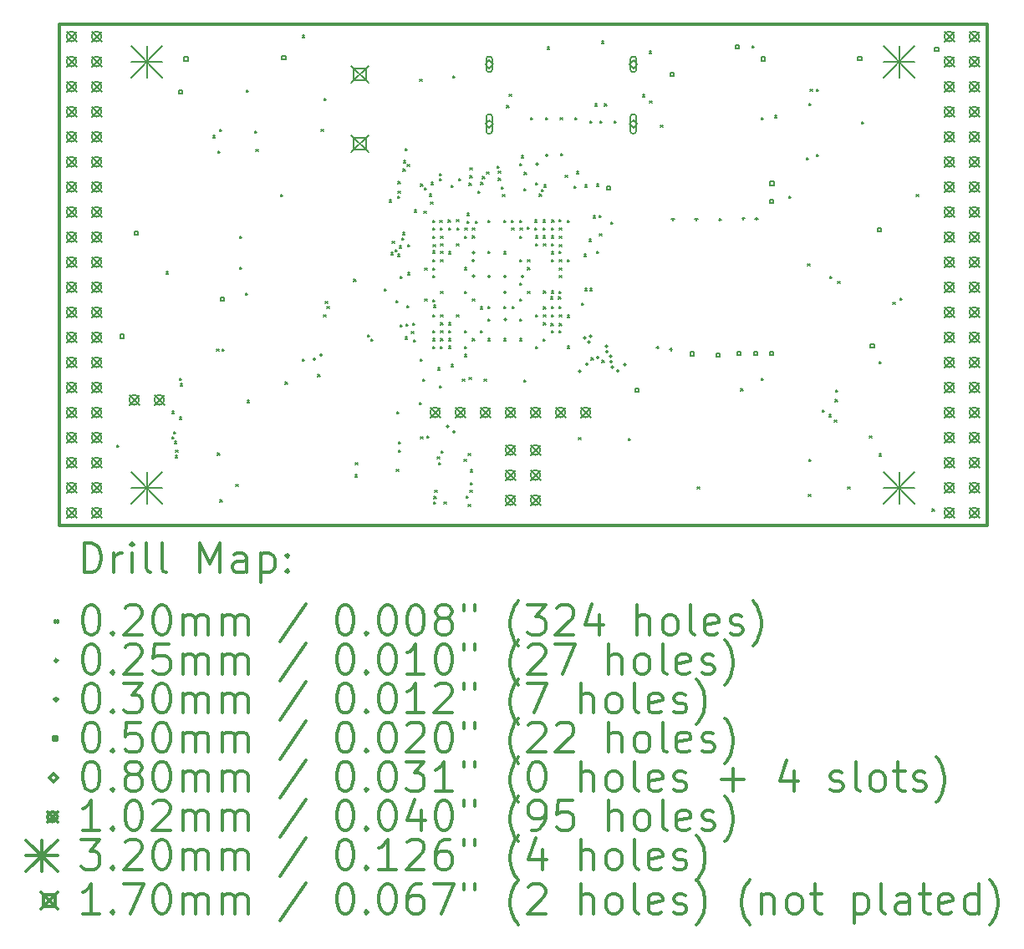
<source format=gbr>
%FSLAX45Y45*%
G04 Gerber Fmt 4.5, Leading zero omitted, Abs format (unit mm)*
G04 Created by KiCad (PCBNEW 4.0.7+dfsg1-1) date Tue Oct  3 01:07:40 2017*
%MOMM*%
%LPD*%
G01*
G04 APERTURE LIST*
%ADD10C,0.127000*%
%ADD11C,0.300000*%
%ADD12C,0.200000*%
G04 APERTURE END LIST*
D10*
D11*
X9410000Y-6142000D02*
X9410000Y-11222000D01*
X18808000Y-6142000D02*
X9410000Y-6142000D01*
X18808000Y-11222000D02*
X18808000Y-6142000D01*
X9410000Y-11222000D02*
X18808000Y-11222000D01*
D12*
X9998000Y-10410000D02*
X10018000Y-10430000D01*
X10018000Y-10410000D02*
X9998000Y-10430000D01*
X10493771Y-8653299D02*
X10513771Y-8673299D01*
X10513771Y-8653299D02*
X10493771Y-8673299D01*
X10555187Y-10325526D02*
X10575187Y-10345526D01*
X10575187Y-10325526D02*
X10555187Y-10345526D01*
X10557972Y-10068392D02*
X10577972Y-10088392D01*
X10577972Y-10068392D02*
X10557972Y-10088392D01*
X10570316Y-10275043D02*
X10590316Y-10295043D01*
X10590316Y-10275043D02*
X10570316Y-10295043D01*
X10580671Y-10371655D02*
X10600671Y-10391655D01*
X10600671Y-10371655D02*
X10580671Y-10391655D01*
X10587368Y-10514871D02*
X10607368Y-10534871D01*
X10607368Y-10514871D02*
X10587368Y-10534871D01*
X10592360Y-10459757D02*
X10612360Y-10479757D01*
X10612360Y-10459757D02*
X10592360Y-10479757D01*
X10630117Y-10127790D02*
X10650117Y-10147790D01*
X10650117Y-10127790D02*
X10630117Y-10147790D01*
X10631264Y-9735361D02*
X10651264Y-9755361D01*
X10651264Y-9735361D02*
X10631264Y-9755361D01*
X10638000Y-9787630D02*
X10658000Y-9807630D01*
X10658000Y-9787630D02*
X10638000Y-9807630D01*
X10972800Y-7273000D02*
X10992800Y-7293000D01*
X10992800Y-7273000D02*
X10972800Y-7293000D01*
X11009310Y-9438989D02*
X11029310Y-9458989D01*
X11029310Y-9438989D02*
X11009310Y-9458989D01*
X11018000Y-10490000D02*
X11038000Y-10510000D01*
X11038000Y-10490000D02*
X11018000Y-10510000D01*
X11021352Y-7428070D02*
X11041352Y-7448070D01*
X11041352Y-7428070D02*
X11021352Y-7448070D01*
X11038300Y-7211500D02*
X11058300Y-7231500D01*
X11058300Y-7211500D02*
X11038300Y-7231500D01*
X11042966Y-10966034D02*
X11062966Y-10986034D01*
X11062966Y-10966034D02*
X11042966Y-10986034D01*
X11061873Y-9435178D02*
X11081873Y-9455178D01*
X11081873Y-9435178D02*
X11061873Y-9455178D01*
X11203400Y-10805600D02*
X11223400Y-10825600D01*
X11223400Y-10805600D02*
X11203400Y-10825600D01*
X11241500Y-8291000D02*
X11261500Y-8311000D01*
X11261500Y-8291000D02*
X11241500Y-8311000D01*
X11241500Y-8608500D02*
X11261500Y-8628500D01*
X11261500Y-8608500D02*
X11241500Y-8628500D01*
X11298000Y-8870000D02*
X11318000Y-8890000D01*
X11318000Y-8870000D02*
X11298000Y-8890000D01*
X11311224Y-6814440D02*
X11331224Y-6834440D01*
X11331224Y-6814440D02*
X11311224Y-6834440D01*
X11317321Y-9958139D02*
X11337321Y-9978139D01*
X11337321Y-9958139D02*
X11317321Y-9978139D01*
X11393900Y-7224200D02*
X11413900Y-7244200D01*
X11413900Y-7224200D02*
X11393900Y-7244200D01*
X11406600Y-7414700D02*
X11426600Y-7434700D01*
X11426600Y-7414700D02*
X11406600Y-7434700D01*
X11655434Y-7867799D02*
X11675434Y-7887799D01*
X11675434Y-7867799D02*
X11655434Y-7887799D01*
X11702166Y-9771727D02*
X11722166Y-9791727D01*
X11722166Y-9771727D02*
X11702166Y-9791727D01*
X11874380Y-9539822D02*
X11894380Y-9559822D01*
X11894380Y-9539822D02*
X11874380Y-9559822D01*
X11875869Y-6255897D02*
X11895869Y-6275897D01*
X11895869Y-6255897D02*
X11875869Y-6275897D01*
X12033000Y-9695000D02*
X12053000Y-9715000D01*
X12053000Y-9695000D02*
X12033000Y-9715000D01*
X12067000Y-7211500D02*
X12087000Y-7231500D01*
X12087000Y-7211500D02*
X12067000Y-7231500D01*
X12093648Y-9090823D02*
X12113648Y-9110823D01*
X12113648Y-9090823D02*
X12093648Y-9110823D01*
X12098665Y-6897853D02*
X12118665Y-6917853D01*
X12118665Y-6897853D02*
X12098665Y-6917853D01*
X12110622Y-8956298D02*
X12130622Y-8976298D01*
X12130622Y-8956298D02*
X12110622Y-8976298D01*
X12126901Y-9006422D02*
X12146901Y-9026422D01*
X12146901Y-9006422D02*
X12126901Y-9026422D01*
X12398000Y-8730000D02*
X12418000Y-8750000D01*
X12418000Y-8730000D02*
X12398000Y-8750000D01*
X12398000Y-8730000D02*
X12418000Y-8750000D01*
X12418000Y-8730000D02*
X12398000Y-8750000D01*
X12410242Y-10710764D02*
X12430242Y-10730764D01*
X12430242Y-10710764D02*
X12410242Y-10730764D01*
X12415398Y-10588254D02*
X12435398Y-10608254D01*
X12435398Y-10588254D02*
X12415398Y-10608254D01*
X12538000Y-9290000D02*
X12558000Y-9310000D01*
X12558000Y-9290000D02*
X12538000Y-9310000D01*
X12572728Y-9335266D02*
X12592728Y-9355266D01*
X12592728Y-9335266D02*
X12572728Y-9355266D01*
X12704513Y-8827908D02*
X12724513Y-8847908D01*
X12724513Y-8827908D02*
X12704513Y-8847908D01*
X12754366Y-7925556D02*
X12774366Y-7945556D01*
X12774366Y-7925556D02*
X12754366Y-7945556D01*
X12772416Y-8458897D02*
X12792416Y-8478897D01*
X12792416Y-8458897D02*
X12772416Y-8478897D01*
X12786626Y-8342795D02*
X12806626Y-8362795D01*
X12806626Y-8342795D02*
X12786626Y-8362795D01*
X12815628Y-8428729D02*
X12835628Y-8448729D01*
X12835628Y-8428729D02*
X12815628Y-8448729D01*
X12822131Y-8943995D02*
X12842131Y-8963995D01*
X12842131Y-8943995D02*
X12822131Y-8963995D01*
X12829000Y-10653200D02*
X12849000Y-10673200D01*
X12849000Y-10653200D02*
X12829000Y-10673200D01*
X12834133Y-10069588D02*
X12854133Y-10089588D01*
X12854133Y-10069588D02*
X12834133Y-10089588D01*
X12838971Y-8476738D02*
X12858971Y-8496738D01*
X12858971Y-8476738D02*
X12838971Y-8496738D01*
X12841590Y-7889418D02*
X12861590Y-7909418D01*
X12861590Y-7889418D02*
X12841590Y-7909418D01*
X12844557Y-7737658D02*
X12864557Y-7757658D01*
X12864557Y-7737658D02*
X12844557Y-7757658D01*
X12846973Y-7836992D02*
X12866973Y-7856992D01*
X12866973Y-7836992D02*
X12846973Y-7856992D01*
X12850280Y-10377254D02*
X12870280Y-10397254D01*
X12870280Y-10377254D02*
X12850280Y-10397254D01*
X12851011Y-10461457D02*
X12871011Y-10481457D01*
X12871011Y-10461457D02*
X12851011Y-10481457D01*
X12856960Y-8392024D02*
X12876960Y-8412024D01*
X12876960Y-8392024D02*
X12856960Y-8412024D01*
X12866509Y-9190430D02*
X12886509Y-9210430D01*
X12886509Y-9190430D02*
X12866509Y-9210430D01*
X12867665Y-8701088D02*
X12887665Y-8721088D01*
X12887665Y-8701088D02*
X12867665Y-8721088D01*
X12884885Y-8308326D02*
X12904885Y-8328326D01*
X12904885Y-8308326D02*
X12884885Y-8328326D01*
X12891675Y-8256064D02*
X12911675Y-8276064D01*
X12911675Y-8256064D02*
X12891675Y-8276064D01*
X12896163Y-7612957D02*
X12916163Y-7632957D01*
X12916163Y-7612957D02*
X12896163Y-7632957D01*
X12902225Y-7526361D02*
X12922225Y-7546361D01*
X12922225Y-7526361D02*
X12902225Y-7546361D01*
X12915222Y-7404246D02*
X12935222Y-7424246D01*
X12935222Y-7404246D02*
X12915222Y-7424246D01*
X12915467Y-9314463D02*
X12935467Y-9334463D01*
X12935467Y-9314463D02*
X12915467Y-9334463D01*
X12923676Y-9183899D02*
X12943676Y-9203899D01*
X12943676Y-9183899D02*
X12923676Y-9203899D01*
X12935918Y-8993919D02*
X12955918Y-9013919D01*
X12955918Y-8993919D02*
X12935918Y-9013919D01*
X12939334Y-7563781D02*
X12959334Y-7583781D01*
X12959334Y-7563781D02*
X12939334Y-7583781D01*
X12941393Y-8376098D02*
X12961393Y-8396098D01*
X12961393Y-8376098D02*
X12941393Y-8396098D01*
X12944260Y-8660352D02*
X12964260Y-8680352D01*
X12964260Y-8660352D02*
X12944260Y-8680352D01*
X12980206Y-9257825D02*
X13000206Y-9277825D01*
X13000206Y-9257825D02*
X12980206Y-9277825D01*
X12992293Y-9173424D02*
X13012293Y-9193424D01*
X13012293Y-9173424D02*
X12992293Y-9193424D01*
X13004130Y-9342914D02*
X13024130Y-9362914D01*
X13024130Y-9342914D02*
X13004130Y-9362914D01*
X13009682Y-8027773D02*
X13029682Y-8047773D01*
X13029682Y-8027773D02*
X13009682Y-8047773D01*
X13061453Y-9980100D02*
X13081453Y-10000100D01*
X13081453Y-9980100D02*
X13061453Y-10000100D01*
X13066199Y-6701962D02*
X13086199Y-6721962D01*
X13086199Y-6701962D02*
X13066199Y-6721962D01*
X13070707Y-9535414D02*
X13090707Y-9555414D01*
X13090707Y-9535414D02*
X13070707Y-9555414D01*
X13073949Y-10325498D02*
X13093949Y-10345498D01*
X13093949Y-10325498D02*
X13073949Y-10345498D01*
X13075683Y-7764262D02*
X13095683Y-7784262D01*
X13095683Y-7764262D02*
X13075683Y-7784262D01*
X13093936Y-9738729D02*
X13113936Y-9758729D01*
X13113936Y-9738729D02*
X13093936Y-9758729D01*
X13108000Y-8040000D02*
X13128000Y-8060000D01*
X13128000Y-8040000D02*
X13108000Y-8060000D01*
X13113091Y-7801384D02*
X13133091Y-7821384D01*
X13133091Y-7801384D02*
X13113091Y-7821384D01*
X13115453Y-8615136D02*
X13135453Y-8635136D01*
X13135453Y-8615136D02*
X13115453Y-8635136D01*
X13118000Y-8930000D02*
X13138000Y-8950000D01*
X13138000Y-8930000D02*
X13118000Y-8950000D01*
X13135385Y-10319621D02*
X13155385Y-10339621D01*
X13155385Y-10319621D02*
X13135385Y-10339621D01*
X13160933Y-7864587D02*
X13180933Y-7884587D01*
X13180933Y-7864587D02*
X13160933Y-7884587D01*
X13174731Y-7948989D02*
X13194731Y-7968989D01*
X13194731Y-7948989D02*
X13174731Y-7968989D01*
X13182329Y-7748485D02*
X13202329Y-7768485D01*
X13202329Y-7748485D02*
X13182329Y-7768485D01*
X13197765Y-9087799D02*
X13217765Y-9107799D01*
X13217765Y-9087799D02*
X13197765Y-9107799D01*
X13197789Y-8617215D02*
X13217789Y-8637215D01*
X13217789Y-8617215D02*
X13197789Y-8637215D01*
X13197962Y-8532814D02*
X13217962Y-8552814D01*
X13217962Y-8532814D02*
X13197962Y-8552814D01*
X13198000Y-8440334D02*
X13218000Y-8460334D01*
X13218000Y-8440334D02*
X13198000Y-8460334D01*
X13198000Y-8130000D02*
X13218000Y-8150000D01*
X13218000Y-8130000D02*
X13198000Y-8150000D01*
X13198000Y-8207799D02*
X13218000Y-8227799D01*
X13218000Y-8207799D02*
X13198000Y-8227799D01*
X13198000Y-8690000D02*
X13218000Y-8710000D01*
X13218000Y-8690000D02*
X13198000Y-8710000D01*
X13198000Y-8934402D02*
X13218000Y-8954402D01*
X13218000Y-8934402D02*
X13198000Y-8954402D01*
X13198000Y-9250000D02*
X13218000Y-9270000D01*
X13218000Y-9250000D02*
X13198000Y-9270000D01*
X13198000Y-9330000D02*
X13218000Y-9350000D01*
X13218000Y-9330000D02*
X13198000Y-9350000D01*
X13198000Y-9410000D02*
X13218000Y-9430000D01*
X13218000Y-9410000D02*
X13198000Y-9430000D01*
X13198482Y-8292201D02*
X13218482Y-8312201D01*
X13218482Y-8292201D02*
X13198482Y-8312201D01*
X13201744Y-8376602D02*
X13221744Y-8396602D01*
X13221744Y-8376602D02*
X13201744Y-8396602D01*
X13204611Y-10984026D02*
X13224611Y-11004026D01*
X13224611Y-10984026D02*
X13204611Y-11004026D01*
X13205608Y-8993095D02*
X13225608Y-9013095D01*
X13225608Y-8993095D02*
X13205608Y-9013095D01*
X13208900Y-10931500D02*
X13228900Y-10951500D01*
X13228900Y-10931500D02*
X13208900Y-10951500D01*
X13218000Y-10870000D02*
X13238000Y-10890000D01*
X13238000Y-10870000D02*
X13218000Y-10890000D01*
X13244000Y-10530000D02*
X13264000Y-10550000D01*
X13264000Y-10530000D02*
X13244000Y-10550000D01*
X13247282Y-9628386D02*
X13267282Y-9648386D01*
X13267282Y-9628386D02*
X13247282Y-9648386D01*
X13255619Y-10587619D02*
X13275619Y-10607619D01*
X13275619Y-10587619D02*
X13255619Y-10607619D01*
X13263724Y-7657621D02*
X13283724Y-7677621D01*
X13283724Y-7657621D02*
X13263724Y-7677621D01*
X13265267Y-9807892D02*
X13285267Y-9827892D01*
X13285267Y-9807892D02*
X13265267Y-9827892D01*
X13266117Y-7710267D02*
X13286117Y-7730267D01*
X13286117Y-7710267D02*
X13266117Y-7730267D01*
X13268333Y-8129999D02*
X13288333Y-8149999D01*
X13288333Y-8129999D02*
X13268333Y-8149999D01*
X13271035Y-8207799D02*
X13291035Y-8227799D01*
X13291035Y-8207799D02*
X13271035Y-8227799D01*
X13274623Y-9409707D02*
X13294623Y-9429707D01*
X13294623Y-9409707D02*
X13274623Y-9429707D01*
X13277580Y-8532814D02*
X13297580Y-8552814D01*
X13297580Y-8532814D02*
X13277580Y-8552814D01*
X13278000Y-8292201D02*
X13298000Y-8312201D01*
X13298000Y-8292201D02*
X13278000Y-8312201D01*
X13278000Y-8850000D02*
X13298000Y-8870000D01*
X13298000Y-8850000D02*
X13278000Y-8870000D01*
X13278000Y-9090000D02*
X13298000Y-9110000D01*
X13298000Y-9090000D02*
X13278000Y-9110000D01*
X13278000Y-9170000D02*
X13298000Y-9190000D01*
X13298000Y-9170000D02*
X13278000Y-9190000D01*
X13278000Y-9250000D02*
X13298000Y-9270000D01*
X13298000Y-9250000D02*
X13278000Y-9270000D01*
X13278000Y-9330000D02*
X13298000Y-9350000D01*
X13298000Y-9330000D02*
X13278000Y-9350000D01*
X13278042Y-8446122D02*
X13298042Y-8466122D01*
X13298042Y-8446122D02*
X13278042Y-8466122D01*
X13278650Y-8367799D02*
X13298650Y-8387799D01*
X13298650Y-8367799D02*
X13278650Y-8387799D01*
X13281858Y-10470000D02*
X13301858Y-10490000D01*
X13301858Y-10470000D02*
X13281858Y-10490000D01*
X13311600Y-10983400D02*
X13331600Y-11003400D01*
X13331600Y-10983400D02*
X13311600Y-11003400D01*
X13352734Y-8129641D02*
X13372734Y-8149641D01*
X13372734Y-8129641D02*
X13352734Y-8149641D01*
X13355436Y-8207799D02*
X13375436Y-8227799D01*
X13375436Y-8207799D02*
X13355436Y-8227799D01*
X13357194Y-8449520D02*
X13377194Y-8469520D01*
X13377194Y-8449520D02*
X13357194Y-8469520D01*
X13358000Y-9170000D02*
X13378000Y-9190000D01*
X13378000Y-9170000D02*
X13358000Y-9190000D01*
X13358000Y-9250000D02*
X13378000Y-9270000D01*
X13378000Y-9250000D02*
X13358000Y-9270000D01*
X13358567Y-9330248D02*
X13378567Y-9350248D01*
X13378567Y-9330248D02*
X13358567Y-9350248D01*
X13359024Y-9408016D02*
X13379024Y-9428016D01*
X13379024Y-9408016D02*
X13359024Y-9428016D01*
X13381998Y-9593873D02*
X13401998Y-9613873D01*
X13401998Y-9593873D02*
X13381998Y-9613873D01*
X13382219Y-7775484D02*
X13402219Y-7795484D01*
X13402219Y-7775484D02*
X13382219Y-7795484D01*
X13397916Y-6668615D02*
X13417916Y-6688615D01*
X13417916Y-6668615D02*
X13397916Y-6688615D01*
X13437135Y-8124791D02*
X13457135Y-8144791D01*
X13457135Y-8124791D02*
X13437135Y-8144791D01*
X13438000Y-8370000D02*
X13458000Y-8390000D01*
X13458000Y-8370000D02*
X13438000Y-8390000D01*
X13438000Y-9090000D02*
X13458000Y-9110000D01*
X13458000Y-9090000D02*
X13438000Y-9110000D01*
X13440141Y-8207758D02*
X13460141Y-8227758D01*
X13460141Y-8207758D02*
X13440141Y-8227758D01*
X13460201Y-7710000D02*
X13480201Y-7730000D01*
X13480201Y-7710000D02*
X13460201Y-7730000D01*
X13498546Y-9743179D02*
X13518546Y-9763179D01*
X13518546Y-9743179D02*
X13498546Y-9763179D01*
X13514800Y-10551600D02*
X13534800Y-10571600D01*
X13534800Y-10551600D02*
X13514800Y-10571600D01*
X13517331Y-8851860D02*
X13537331Y-8871860D01*
X13537331Y-8851860D02*
X13517331Y-8871860D01*
X13518000Y-8292201D02*
X13538000Y-8312201D01*
X13538000Y-8292201D02*
X13518000Y-8312201D01*
X13518000Y-8610000D02*
X13538000Y-8630000D01*
X13538000Y-8610000D02*
X13518000Y-8630000D01*
X13518000Y-9250000D02*
X13538000Y-9270000D01*
X13538000Y-9250000D02*
X13518000Y-9270000D01*
X13518000Y-9410000D02*
X13538000Y-9430000D01*
X13538000Y-9410000D02*
X13518000Y-9430000D01*
X13518000Y-9490000D02*
X13538000Y-9510000D01*
X13538000Y-9490000D02*
X13518000Y-9510000D01*
X13524542Y-8207681D02*
X13544542Y-8227681D01*
X13544542Y-8207681D02*
X13524542Y-8227681D01*
X13537195Y-10926588D02*
X13557195Y-10946588D01*
X13557195Y-10926588D02*
X13537195Y-10946588D01*
X13546744Y-8060230D02*
X13566744Y-8080230D01*
X13566744Y-8060230D02*
X13546744Y-8080230D01*
X13546744Y-8138922D02*
X13566744Y-8158922D01*
X13566744Y-8138922D02*
X13546744Y-8158922D01*
X13558000Y-10493799D02*
X13578000Y-10513799D01*
X13578000Y-10493799D02*
X13558000Y-10513799D01*
X13558000Y-11010000D02*
X13578000Y-11030000D01*
X13578000Y-11010000D02*
X13558000Y-11030000D01*
X13566755Y-7754855D02*
X13586755Y-7774855D01*
X13586755Y-7754855D02*
X13566755Y-7774855D01*
X13567000Y-9723813D02*
X13587000Y-9743813D01*
X13587000Y-9723813D02*
X13567000Y-9743813D01*
X13573069Y-7599451D02*
X13593069Y-7619451D01*
X13593069Y-7599451D02*
X13573069Y-7619451D01*
X13573070Y-7680538D02*
X13593070Y-7700538D01*
X13593070Y-7680538D02*
X13573070Y-7700538D01*
X13575325Y-10869239D02*
X13595325Y-10889239D01*
X13595325Y-10869239D02*
X13575325Y-10889239D01*
X13575519Y-10792264D02*
X13595519Y-10812264D01*
X13595519Y-10792264D02*
X13575519Y-10812264D01*
X13578416Y-10659601D02*
X13598416Y-10679601D01*
X13598416Y-10659601D02*
X13578416Y-10679601D01*
X13598000Y-8210000D02*
X13618000Y-8230000D01*
X13618000Y-8210000D02*
X13598000Y-8230000D01*
X13598000Y-8290000D02*
X13618000Y-8310000D01*
X13618000Y-8290000D02*
X13598000Y-8310000D01*
X13598000Y-9330000D02*
X13618000Y-9350000D01*
X13618000Y-9330000D02*
X13598000Y-9350000D01*
X13598517Y-8929483D02*
X13618517Y-8949483D01*
X13618517Y-8929483D02*
X13598517Y-8949483D01*
X13631144Y-8139731D02*
X13651144Y-8159731D01*
X13651144Y-8139731D02*
X13631144Y-8159731D01*
X13653412Y-7835167D02*
X13673412Y-7855167D01*
X13673412Y-7835167D02*
X13653412Y-7855167D01*
X13678000Y-9250000D02*
X13698000Y-9270000D01*
X13698000Y-9250000D02*
X13678000Y-9270000D01*
X13678517Y-9009483D02*
X13698517Y-9029483D01*
X13698517Y-9009483D02*
X13678517Y-9029483D01*
X13682857Y-7746298D02*
X13702857Y-7766298D01*
X13702857Y-7746298D02*
X13682857Y-7766298D01*
X13701602Y-7687474D02*
X13721602Y-7707474D01*
X13721602Y-7687474D02*
X13701602Y-7707474D01*
X13718870Y-9743874D02*
X13738870Y-9763874D01*
X13738870Y-9743874D02*
X13718870Y-9763874D01*
X13743803Y-7641053D02*
X13763803Y-7661053D01*
X13763803Y-7641053D02*
X13743803Y-7661053D01*
X13756589Y-9130245D02*
X13776589Y-9150245D01*
X13776589Y-9130245D02*
X13756589Y-9150245D01*
X13758000Y-8130000D02*
X13778000Y-8150000D01*
X13778000Y-8130000D02*
X13758000Y-8150000D01*
X13758000Y-9007299D02*
X13778000Y-9027299D01*
X13778000Y-9007299D02*
X13758000Y-9027299D01*
X13758000Y-9330000D02*
X13778000Y-9350000D01*
X13778000Y-9330000D02*
X13758000Y-9350000D01*
X13758056Y-8443409D02*
X13778056Y-8463409D01*
X13778056Y-8443409D02*
X13758056Y-8463409D01*
X13849384Y-7581016D02*
X13869384Y-7601016D01*
X13869384Y-7581016D02*
X13849384Y-7601016D01*
X13861610Y-7632585D02*
X13881610Y-7652585D01*
X13881610Y-7632585D02*
X13861610Y-7652585D01*
X13862361Y-7706570D02*
X13882361Y-7726570D01*
X13882361Y-7706570D02*
X13862361Y-7726570D01*
X13894062Y-7793672D02*
X13914062Y-7813672D01*
X13914062Y-7793672D02*
X13894062Y-7813672D01*
X13904536Y-7870917D02*
X13924536Y-7890917D01*
X13924536Y-7870917D02*
X13904536Y-7890917D01*
X13917252Y-8451135D02*
X13937252Y-8471135D01*
X13937252Y-8451135D02*
X13917252Y-8471135D01*
X13918000Y-8130000D02*
X13938000Y-8150000D01*
X13938000Y-8130000D02*
X13918000Y-8150000D01*
X13918000Y-9002299D02*
X13938000Y-9022299D01*
X13938000Y-9002299D02*
X13918000Y-9022299D01*
X13918000Y-9330000D02*
X13938000Y-9350000D01*
X13938000Y-9330000D02*
X13918000Y-9350000D01*
X13947561Y-6969286D02*
X13967561Y-6989286D01*
X13967561Y-6969286D02*
X13947561Y-6989286D01*
X13972000Y-6856567D02*
X13992000Y-6876567D01*
X13992000Y-6856567D02*
X13972000Y-6876567D01*
X13993599Y-8130000D02*
X14013599Y-8150000D01*
X14013599Y-8130000D02*
X13993599Y-8150000D01*
X13998000Y-8210000D02*
X14018000Y-8230000D01*
X14018000Y-8210000D02*
X13998000Y-8230000D01*
X13999489Y-9002299D02*
X14019489Y-9022299D01*
X14019489Y-9002299D02*
X13999489Y-9022299D01*
X14076403Y-8294140D02*
X14096403Y-8314140D01*
X14096403Y-8294140D02*
X14076403Y-8314140D01*
X14077419Y-9133335D02*
X14097419Y-9153335D01*
X14097419Y-9133335D02*
X14077419Y-9153335D01*
X14078000Y-8130000D02*
X14098000Y-8150000D01*
X14098000Y-8130000D02*
X14078000Y-8150000D01*
X14078000Y-8530000D02*
X14098000Y-8550000D01*
X14098000Y-8530000D02*
X14078000Y-8550000D01*
X14078000Y-8770000D02*
X14098000Y-8790000D01*
X14098000Y-8770000D02*
X14078000Y-8790000D01*
X14078000Y-8930000D02*
X14098000Y-8950000D01*
X14098000Y-8930000D02*
X14078000Y-8950000D01*
X14078000Y-9330000D02*
X14098000Y-9350000D01*
X14098000Y-9330000D02*
X14078000Y-9350000D01*
X14079021Y-7558194D02*
X14099021Y-7578194D01*
X14099021Y-7558194D02*
X14079021Y-7578194D01*
X14082401Y-8207928D02*
X14102401Y-8227928D01*
X14102401Y-8207928D02*
X14082401Y-8227928D01*
X14094664Y-7477380D02*
X14114664Y-7497380D01*
X14114664Y-7477380D02*
X14094664Y-7497380D01*
X14118000Y-9750000D02*
X14138000Y-9770000D01*
X14138000Y-9750000D02*
X14118000Y-9770000D01*
X14121898Y-7809926D02*
X14141898Y-7829926D01*
X14141898Y-7809926D02*
X14121898Y-7829926D01*
X14124297Y-7645500D02*
X14144297Y-7665500D01*
X14144297Y-7645500D02*
X14124297Y-7665500D01*
X14155799Y-8203034D02*
X14175799Y-8223034D01*
X14175799Y-8203034D02*
X14155799Y-8223034D01*
X14158000Y-8530000D02*
X14178000Y-8550000D01*
X14178000Y-8530000D02*
X14158000Y-8550000D01*
X14158000Y-8610000D02*
X14178000Y-8630000D01*
X14178000Y-8610000D02*
X14158000Y-8630000D01*
X14158000Y-8850000D02*
X14178000Y-8870000D01*
X14178000Y-8850000D02*
X14158000Y-8870000D01*
X14190056Y-7090851D02*
X14210056Y-7110851D01*
X14210056Y-7090851D02*
X14190056Y-7110851D01*
X14229642Y-8209139D02*
X14249642Y-8229139D01*
X14249642Y-8209139D02*
X14229642Y-8229139D01*
X14231398Y-8128224D02*
X14251398Y-8148224D01*
X14251398Y-8128224D02*
X14231398Y-8148224D01*
X14237355Y-8289891D02*
X14257355Y-8309891D01*
X14257355Y-8289891D02*
X14237355Y-8309891D01*
X14238000Y-7750000D02*
X14258000Y-7770000D01*
X14258000Y-7750000D02*
X14238000Y-7770000D01*
X14238000Y-8370000D02*
X14258000Y-8390000D01*
X14258000Y-8370000D02*
X14238000Y-8390000D01*
X14238000Y-9090000D02*
X14258000Y-9110000D01*
X14258000Y-9090000D02*
X14238000Y-9110000D01*
X14238000Y-9410000D02*
X14258000Y-9430000D01*
X14258000Y-9410000D02*
X14238000Y-9430000D01*
X14275162Y-7865975D02*
X14295162Y-7885975D01*
X14295162Y-7865975D02*
X14275162Y-7885975D01*
X14300511Y-7819522D02*
X14320511Y-7839522D01*
X14320511Y-7819522D02*
X14300511Y-7839522D01*
X14315799Y-8127963D02*
X14335799Y-8147963D01*
X14335799Y-8127963D02*
X14315799Y-8147963D01*
X14315799Y-8210715D02*
X14335799Y-8230715D01*
X14335799Y-8210715D02*
X14315799Y-8230715D01*
X14315799Y-8290000D02*
X14335799Y-8310000D01*
X14335799Y-8290000D02*
X14315799Y-8310000D01*
X14315801Y-9332315D02*
X14335801Y-9352315D01*
X14335801Y-9332315D02*
X14315801Y-9352315D01*
X14317803Y-8849503D02*
X14337803Y-8869503D01*
X14337803Y-8849503D02*
X14317803Y-8869503D01*
X14318000Y-8370000D02*
X14338000Y-8390000D01*
X14338000Y-8370000D02*
X14318000Y-8390000D01*
X14318000Y-9090000D02*
X14338000Y-9110000D01*
X14338000Y-9090000D02*
X14318000Y-9110000D01*
X14318000Y-9170000D02*
X14338000Y-9190000D01*
X14338000Y-9170000D02*
X14318000Y-9190000D01*
X14318182Y-9010195D02*
X14338182Y-9030195D01*
X14338182Y-9010195D02*
X14318182Y-9030195D01*
X14323180Y-7771946D02*
X14343180Y-7791946D01*
X14343180Y-7771946D02*
X14323180Y-7791946D01*
X14338035Y-7091653D02*
X14358035Y-7111653D01*
X14358035Y-7091653D02*
X14338035Y-7111653D01*
X14355067Y-6376252D02*
X14375067Y-6396252D01*
X14375067Y-6376252D02*
X14355067Y-6396252D01*
X14388995Y-8907799D02*
X14408995Y-8927799D01*
X14408995Y-8907799D02*
X14388995Y-8927799D01*
X14396483Y-9177765D02*
X14416483Y-9197765D01*
X14416483Y-9177765D02*
X14396483Y-9197765D01*
X14398000Y-9090000D02*
X14418000Y-9110000D01*
X14418000Y-9090000D02*
X14398000Y-9110000D01*
X14398242Y-9003286D02*
X14418242Y-9023286D01*
X14418242Y-9003286D02*
X14398242Y-9023286D01*
X14398283Y-8848451D02*
X14418283Y-8868451D01*
X14418283Y-8848451D02*
X14398283Y-8868451D01*
X14400201Y-8208560D02*
X14420201Y-8228560D01*
X14420201Y-8208560D02*
X14400201Y-8228560D01*
X14400201Y-8290000D02*
X14420201Y-8310000D01*
X14420201Y-8290000D02*
X14400201Y-8310000D01*
X14400201Y-8370000D02*
X14420201Y-8390000D01*
X14420201Y-8370000D02*
X14400201Y-8390000D01*
X14400201Y-8450000D02*
X14420201Y-8470000D01*
X14420201Y-8450000D02*
X14400201Y-8470000D01*
X14400201Y-8529722D02*
X14420201Y-8549722D01*
X14420201Y-8529722D02*
X14400201Y-8549722D01*
X14400201Y-9250000D02*
X14420201Y-9270000D01*
X14420201Y-9250000D02*
X14400201Y-9270000D01*
X14404602Y-8127478D02*
X14424602Y-8147478D01*
X14424602Y-8127478D02*
X14404602Y-8147478D01*
X14471061Y-8907799D02*
X14491061Y-8927799D01*
X14491061Y-8907799D02*
X14471061Y-8927799D01*
X14476639Y-8123398D02*
X14496639Y-8143398D01*
X14496639Y-8123398D02*
X14476639Y-8143398D01*
X14476724Y-9006446D02*
X14496724Y-9026446D01*
X14496724Y-9006446D02*
X14476724Y-9026446D01*
X14477765Y-8852201D02*
X14497765Y-8872201D01*
X14497765Y-8852201D02*
X14477765Y-8872201D01*
X14477769Y-8443293D02*
X14497769Y-8463293D01*
X14497769Y-8443293D02*
X14477769Y-8463293D01*
X14478235Y-9247799D02*
X14498235Y-9267799D01*
X14498235Y-9247799D02*
X14478235Y-9267799D01*
X14478509Y-8207799D02*
X14498509Y-8227799D01*
X14498509Y-8207799D02*
X14478509Y-8227799D01*
X14478654Y-8528519D02*
X14498654Y-8548519D01*
X14498654Y-8528519D02*
X14478654Y-8548519D01*
X14478856Y-8689382D02*
X14498856Y-8709382D01*
X14498856Y-8689382D02*
X14478856Y-8709382D01*
X14479038Y-8376602D02*
X14499038Y-8396602D01*
X14499038Y-8376602D02*
X14479038Y-8396602D01*
X14479163Y-9090847D02*
X14499163Y-9110847D01*
X14499163Y-9090847D02*
X14479163Y-9110847D01*
X14479410Y-8292201D02*
X14499410Y-8312201D01*
X14499410Y-8292201D02*
X14479410Y-8312201D01*
X14479577Y-9177444D02*
X14499577Y-9197444D01*
X14499577Y-9177444D02*
X14479577Y-9197444D01*
X14480128Y-8616874D02*
X14500128Y-8636874D01*
X14500128Y-8616874D02*
X14480128Y-8636874D01*
X14487842Y-7092405D02*
X14507842Y-7112405D01*
X14507842Y-7092405D02*
X14487842Y-7112405D01*
X14491706Y-7455585D02*
X14511706Y-7475585D01*
X14511706Y-7455585D02*
X14491706Y-7475585D01*
X14539401Y-7673483D02*
X14559401Y-7693483D01*
X14559401Y-7673483D02*
X14539401Y-7693483D01*
X14558000Y-8130000D02*
X14578000Y-8150000D01*
X14578000Y-8130000D02*
X14558000Y-8150000D01*
X14558000Y-8532201D02*
X14578000Y-8552201D01*
X14578000Y-8532201D02*
X14558000Y-8552201D01*
X14558000Y-9407799D02*
X14578000Y-9427799D01*
X14578000Y-9407799D02*
X14558000Y-9427799D01*
X14561303Y-9092201D02*
X14581303Y-9112201D01*
X14581303Y-9092201D02*
X14561303Y-9112201D01*
X14628717Y-7783934D02*
X14648717Y-7803934D01*
X14648717Y-7783934D02*
X14628717Y-7803934D01*
X14636897Y-7089394D02*
X14656897Y-7109394D01*
X14656897Y-7089394D02*
X14636897Y-7109394D01*
X14652765Y-7636130D02*
X14672765Y-7656130D01*
X14672765Y-7636130D02*
X14652765Y-7656130D01*
X14674429Y-10335274D02*
X14694429Y-10355274D01*
X14694429Y-10335274D02*
X14674429Y-10355274D01*
X14702593Y-8970288D02*
X14722593Y-8990288D01*
X14722593Y-8970288D02*
X14702593Y-8990288D01*
X14732247Y-8475859D02*
X14752247Y-8495859D01*
X14752247Y-8475859D02*
X14732247Y-8495859D01*
X14737067Y-8822484D02*
X14757067Y-8842484D01*
X14757067Y-8822484D02*
X14737067Y-8842484D01*
X14738000Y-7772201D02*
X14758000Y-7792201D01*
X14758000Y-7772201D02*
X14738000Y-7792201D01*
X14779417Y-8323581D02*
X14799417Y-8343581D01*
X14799417Y-8323581D02*
X14779417Y-8343581D01*
X14788736Y-7127779D02*
X14808736Y-7147779D01*
X14808736Y-7127779D02*
X14788736Y-7147779D01*
X14789768Y-8822484D02*
X14809768Y-8842484D01*
X14809768Y-8822484D02*
X14789768Y-8842484D01*
X14800281Y-9523902D02*
X14820281Y-9543902D01*
X14820281Y-9523902D02*
X14800281Y-9543902D01*
X14823777Y-8087578D02*
X14843777Y-8107578D01*
X14843777Y-8087578D02*
X14823777Y-8107578D01*
X14837783Y-6951968D02*
X14857783Y-6971968D01*
X14857783Y-6951968D02*
X14837783Y-6971968D01*
X14853988Y-7762935D02*
X14873988Y-7782935D01*
X14873988Y-7762935D02*
X14853988Y-7782935D01*
X14856880Y-8445039D02*
X14876880Y-8465039D01*
X14876880Y-8445039D02*
X14856880Y-8465039D01*
X14883585Y-8079901D02*
X14903585Y-8099901D01*
X14903585Y-8079901D02*
X14883585Y-8099901D01*
X14887565Y-8265534D02*
X14907565Y-8285534D01*
X14907565Y-8265534D02*
X14887565Y-8285534D01*
X14889119Y-7127779D02*
X14909119Y-7147779D01*
X14909119Y-7127779D02*
X14889119Y-7147779D01*
X14908375Y-6315711D02*
X14928375Y-6335711D01*
X14928375Y-6315711D02*
X14908375Y-6335711D01*
X14910771Y-9550529D02*
X14930771Y-9570529D01*
X14930771Y-9550529D02*
X14910771Y-9570529D01*
X14937595Y-6951968D02*
X14957595Y-6971968D01*
X14957595Y-6951968D02*
X14937595Y-6971968D01*
X14998000Y-8150000D02*
X15018000Y-8170000D01*
X15018000Y-8150000D02*
X14998000Y-8170000D01*
X15035722Y-7127779D02*
X15055722Y-7147779D01*
X15055722Y-7127779D02*
X15035722Y-7147779D01*
X15179638Y-10341072D02*
X15199638Y-10361072D01*
X15199638Y-10341072D02*
X15179638Y-10361072D01*
X15322234Y-6857342D02*
X15342234Y-6877342D01*
X15342234Y-6857342D02*
X15322234Y-6877342D01*
X15388420Y-6418006D02*
X15408420Y-6438006D01*
X15408420Y-6418006D02*
X15388420Y-6438006D01*
X15394400Y-6919400D02*
X15414400Y-6939400D01*
X15414400Y-6919400D02*
X15394400Y-6939400D01*
X15504936Y-7166453D02*
X15524936Y-7186453D01*
X15524936Y-7166453D02*
X15504936Y-7186453D01*
X15877000Y-10831000D02*
X15897000Y-10851000D01*
X15897000Y-10831000D02*
X15877000Y-10851000D01*
X16317742Y-9840172D02*
X16337742Y-9860172D01*
X16337742Y-9840172D02*
X16317742Y-9860172D01*
X16433388Y-6363745D02*
X16453388Y-6383745D01*
X16453388Y-6363745D02*
X16433388Y-6383745D01*
X16522697Y-7092660D02*
X16542697Y-7112660D01*
X16542697Y-7092660D02*
X16522697Y-7112660D01*
X16524921Y-9732292D02*
X16544921Y-9752292D01*
X16544921Y-9732292D02*
X16524921Y-9752292D01*
X16657891Y-7070355D02*
X16677891Y-7090355D01*
X16677891Y-7070355D02*
X16657891Y-7090355D01*
X16806644Y-7885534D02*
X16826644Y-7905534D01*
X16826644Y-7885534D02*
X16806644Y-7905534D01*
X16979535Y-7499299D02*
X16999535Y-7519299D01*
X16999535Y-7499299D02*
X16979535Y-7519299D01*
X16994600Y-8570400D02*
X17014600Y-8590400D01*
X17014600Y-8570400D02*
X16994600Y-8590400D01*
X17002604Y-10911247D02*
X17022604Y-10931247D01*
X17022604Y-10911247D02*
X17002604Y-10931247D01*
X17005773Y-10556635D02*
X17025773Y-10576635D01*
X17025773Y-10556635D02*
X17005773Y-10576635D01*
X17008296Y-6947101D02*
X17028296Y-6967101D01*
X17028296Y-6947101D02*
X17008296Y-6967101D01*
X17020000Y-6805100D02*
X17040000Y-6825100D01*
X17040000Y-6805100D02*
X17020000Y-6825100D01*
X17084317Y-7466146D02*
X17104317Y-7486146D01*
X17104317Y-7466146D02*
X17084317Y-7486146D01*
X17085000Y-6802556D02*
X17105000Y-6822556D01*
X17105000Y-6802556D02*
X17085000Y-6822556D01*
X17144030Y-10054574D02*
X17164030Y-10074574D01*
X17164030Y-10054574D02*
X17144030Y-10074574D01*
X17209336Y-10100566D02*
X17229336Y-10120566D01*
X17229336Y-10100566D02*
X17209336Y-10120566D01*
X17218956Y-8702405D02*
X17238956Y-8722405D01*
X17238956Y-8702405D02*
X17218956Y-8722405D01*
X17266127Y-10155168D02*
X17286127Y-10175168D01*
X17286127Y-10155168D02*
X17266127Y-10175168D01*
X17273463Y-9949992D02*
X17293463Y-9969992D01*
X17293463Y-9949992D02*
X17273463Y-9969992D01*
X17277992Y-9851865D02*
X17297992Y-9871865D01*
X17297992Y-9851865D02*
X17277992Y-9871865D01*
X17299400Y-8748200D02*
X17319400Y-8768200D01*
X17319400Y-8748200D02*
X17299400Y-8768200D01*
X17401000Y-10831000D02*
X17421000Y-10851000D01*
X17421000Y-10831000D02*
X17401000Y-10851000D01*
X17539563Y-7135743D02*
X17559563Y-7155743D01*
X17559563Y-7135743D02*
X17539563Y-7155743D01*
X17620559Y-10317981D02*
X17640559Y-10337981D01*
X17640559Y-10317981D02*
X17620559Y-10337981D01*
X17717400Y-10497912D02*
X17737400Y-10517912D01*
X17737400Y-10497912D02*
X17717400Y-10517912D01*
X17718500Y-9561000D02*
X17738500Y-9581000D01*
X17738500Y-9561000D02*
X17718500Y-9581000D01*
X17856591Y-8961390D02*
X17876591Y-8981390D01*
X17876591Y-8961390D02*
X17856591Y-8981390D01*
X17927598Y-8921781D02*
X17947598Y-8941781D01*
X17947598Y-8921781D02*
X17927598Y-8941781D01*
X18096500Y-7868500D02*
X18116500Y-7888500D01*
X18116500Y-7868500D02*
X18096500Y-7888500D01*
X18255436Y-11056584D02*
X18275436Y-11076584D01*
X18275436Y-11056584D02*
X18255436Y-11076584D01*
X12010516Y-9541295D02*
G75*
G03X12010516Y-9541295I-12700J0D01*
G01*
X12076103Y-9497760D02*
G75*
G03X12076103Y-9497760I-12700J0D01*
G01*
X13357629Y-10223262D02*
G75*
G03X13357629Y-10223262I-12700J0D01*
G01*
X13420141Y-10275223D02*
G75*
G03X13420141Y-10275223I-12700J0D01*
G01*
X13620700Y-8460000D02*
G75*
G03X13620700Y-8460000I-12700J0D01*
G01*
X13620700Y-8540000D02*
G75*
G03X13620700Y-8540000I-12700J0D01*
G01*
X13623799Y-8699540D02*
G75*
G03X13623799Y-8699540I-12700J0D01*
G01*
X13780700Y-8700000D02*
G75*
G03X13780700Y-8700000I-12700J0D01*
G01*
X13940700Y-8700000D02*
G75*
G03X13940700Y-8700000I-12700J0D01*
G01*
X13940700Y-8860000D02*
G75*
G03X13940700Y-8860000I-12700J0D01*
G01*
X13943964Y-9135970D02*
G75*
G03X13943964Y-9135970I-12700J0D01*
G01*
X14116986Y-8699500D02*
G75*
G03X14116986Y-8699500I-12700J0D01*
G01*
X14265799Y-7566284D02*
G75*
G03X14265799Y-7566284I-12700J0D01*
G01*
X14365259Y-7474977D02*
G75*
G03X14365259Y-7474977I-12700J0D01*
G01*
X14698950Y-9661750D02*
G75*
G03X14698950Y-9661750I-12700J0D01*
G01*
X14748323Y-9321914D02*
G75*
G03X14748323Y-9321914I-12700J0D01*
G01*
X14766147Y-9591326D02*
G75*
G03X14766147Y-9591326I-12700J0D01*
G01*
X14790471Y-9369101D02*
G75*
G03X14790471Y-9369101I-12700J0D01*
G01*
X14804230Y-9306098D02*
G75*
G03X14804230Y-9306098I-12700J0D01*
G01*
X14878093Y-9524901D02*
G75*
G03X14878093Y-9524901I-12700J0D01*
G01*
X14969298Y-9405479D02*
G75*
G03X14969298Y-9405479I-12700J0D01*
G01*
X14971152Y-9463550D02*
G75*
G03X14971152Y-9463550I-12700J0D01*
G01*
X15007952Y-9508512D02*
G75*
G03X15007952Y-9508512I-12700J0D01*
G01*
X15016044Y-9566047D02*
G75*
G03X15016044Y-9566047I-12700J0D01*
G01*
X15027622Y-9622983D02*
G75*
G03X15027622Y-9622983I-12700J0D01*
G01*
X15084750Y-9657580D02*
G75*
G03X15084750Y-9657580I-12700J0D01*
G01*
X15157504Y-9595169D02*
G75*
G03X15157504Y-9595169I-12700J0D01*
G01*
X15472629Y-9402136D02*
X15472629Y-9432136D01*
X15457629Y-9417136D02*
X15487629Y-9417136D01*
X15607711Y-9423078D02*
X15607711Y-9453078D01*
X15592711Y-9438078D02*
X15622711Y-9438078D01*
X15628000Y-8106084D02*
X15628000Y-8136084D01*
X15613000Y-8121084D02*
X15643000Y-8121084D01*
X15868000Y-8106084D02*
X15868000Y-8136084D01*
X15853000Y-8121084D02*
X15883000Y-8121084D01*
X16106799Y-8106612D02*
X16106799Y-8136612D01*
X16091799Y-8121612D02*
X16121799Y-8121612D01*
X16342203Y-8097066D02*
X16342203Y-8127066D01*
X16327203Y-8112066D02*
X16357203Y-8112066D01*
X16474183Y-8098057D02*
X16474183Y-8128057D01*
X16459183Y-8113057D02*
X16489183Y-8113057D01*
X10065668Y-9324068D02*
X10065668Y-9288713D01*
X10030313Y-9288713D01*
X10030313Y-9324068D01*
X10065668Y-9324068D01*
X10210884Y-8276183D02*
X10210884Y-8240827D01*
X10175529Y-8240827D01*
X10175529Y-8276183D01*
X10210884Y-8276183D01*
X10659458Y-6848926D02*
X10659458Y-6813570D01*
X10624103Y-6813570D01*
X10624103Y-6848926D01*
X10659458Y-6848926D01*
X10715159Y-6513075D02*
X10715159Y-6477720D01*
X10679803Y-6477720D01*
X10679803Y-6513075D01*
X10715159Y-6513075D01*
X11079415Y-8946398D02*
X11079415Y-8911042D01*
X11044059Y-8911042D01*
X11044059Y-8946398D01*
X11079415Y-8946398D01*
X11705728Y-6497972D02*
X11705728Y-6462616D01*
X11670372Y-6462616D01*
X11670372Y-6497972D01*
X11705728Y-6497972D01*
X14992842Y-7820612D02*
X14992842Y-7785257D01*
X14957486Y-7785257D01*
X14957486Y-7820612D01*
X14992842Y-7820612D01*
X15279782Y-9869675D02*
X15279782Y-9834319D01*
X15244427Y-9834319D01*
X15244427Y-9869675D01*
X15279782Y-9869675D01*
X15641236Y-6672514D02*
X15641236Y-6637158D01*
X15605880Y-6637158D01*
X15605880Y-6672514D01*
X15641236Y-6672514D01*
X15841046Y-9502939D02*
X15841046Y-9467584D01*
X15805691Y-9467584D01*
X15805691Y-9502939D01*
X15841046Y-9502939D01*
X16105267Y-9516553D02*
X16105267Y-9481197D01*
X16069912Y-9481197D01*
X16069912Y-9516553D01*
X16105267Y-9516553D01*
X16296426Y-6389526D02*
X16296426Y-6354171D01*
X16261070Y-6354171D01*
X16261070Y-6389526D01*
X16296426Y-6389526D01*
X16316953Y-9499696D02*
X16316953Y-9464341D01*
X16281597Y-9464341D01*
X16281597Y-9499696D01*
X16316953Y-9499696D01*
X16483055Y-9500233D02*
X16483055Y-9464877D01*
X16447699Y-9464877D01*
X16447699Y-9500233D01*
X16483055Y-9500233D01*
X16559402Y-6513144D02*
X16559402Y-6477789D01*
X16524047Y-6477789D01*
X16524047Y-6513144D01*
X16559402Y-6513144D01*
X16642573Y-7958481D02*
X16642573Y-7923125D01*
X16607218Y-7923125D01*
X16607218Y-7958481D01*
X16642573Y-7958481D01*
X16645678Y-9497678D02*
X16645678Y-9462322D01*
X16610322Y-9462322D01*
X16610322Y-9497678D01*
X16645678Y-9497678D01*
X16649839Y-7774906D02*
X16649839Y-7739550D01*
X16614484Y-7739550D01*
X16614484Y-7774906D01*
X16649839Y-7774906D01*
X17538711Y-6512572D02*
X17538711Y-6477216D01*
X17503355Y-6477216D01*
X17503355Y-6512572D01*
X17538711Y-6512572D01*
X17665108Y-9424587D02*
X17665108Y-9389232D01*
X17629753Y-9389232D01*
X17629753Y-9424587D01*
X17665108Y-9424587D01*
X17740669Y-8245813D02*
X17740669Y-8210457D01*
X17705313Y-8210457D01*
X17705313Y-8245813D01*
X17740669Y-8245813D01*
X18318182Y-6414182D02*
X18318182Y-6378826D01*
X18282826Y-6378826D01*
X18282826Y-6414182D01*
X18318182Y-6414182D01*
X13768000Y-6590000D02*
X13808000Y-6550000D01*
X13768000Y-6510000D01*
X13728000Y-6550000D01*
X13768000Y-6590000D01*
X13738000Y-6500000D02*
X13738000Y-6600000D01*
X13798000Y-6500000D02*
X13798000Y-6600000D01*
X13738000Y-6600000D02*
G75*
G03X13798000Y-6600000I30000J0D01*
G01*
X13798000Y-6500000D02*
G75*
G03X13738000Y-6500000I-30000J0D01*
G01*
X13768000Y-7195000D02*
X13808000Y-7155000D01*
X13768000Y-7115000D01*
X13728000Y-7155000D01*
X13768000Y-7195000D01*
X13738000Y-7085000D02*
X13738000Y-7225000D01*
X13798000Y-7085000D02*
X13798000Y-7225000D01*
X13738000Y-7225000D02*
G75*
G03X13798000Y-7225000I30000J0D01*
G01*
X13798000Y-7085000D02*
G75*
G03X13738000Y-7085000I-30000J0D01*
G01*
X15228000Y-6590000D02*
X15268000Y-6550000D01*
X15228000Y-6510000D01*
X15188000Y-6550000D01*
X15228000Y-6590000D01*
X15198000Y-6500000D02*
X15198000Y-6600000D01*
X15258000Y-6500000D02*
X15258000Y-6600000D01*
X15198000Y-6600000D02*
G75*
G03X15258000Y-6600000I30000J0D01*
G01*
X15258000Y-6500000D02*
G75*
G03X15198000Y-6500000I-30000J0D01*
G01*
X15228000Y-7195000D02*
X15268000Y-7155000D01*
X15228000Y-7115000D01*
X15188000Y-7155000D01*
X15228000Y-7195000D01*
X15198000Y-7085000D02*
X15198000Y-7225000D01*
X15258000Y-7085000D02*
X15258000Y-7225000D01*
X15198000Y-7225000D02*
G75*
G03X15258000Y-7225000I30000J0D01*
G01*
X15258000Y-7085000D02*
G75*
G03X15198000Y-7085000I-30000J0D01*
G01*
X9486200Y-6218200D02*
X9587800Y-6319800D01*
X9587800Y-6218200D02*
X9486200Y-6319800D01*
X9587800Y-6269000D02*
G75*
G03X9587800Y-6269000I-50800J0D01*
G01*
X9486200Y-6472200D02*
X9587800Y-6573800D01*
X9587800Y-6472200D02*
X9486200Y-6573800D01*
X9587800Y-6523000D02*
G75*
G03X9587800Y-6523000I-50800J0D01*
G01*
X9486200Y-6726200D02*
X9587800Y-6827800D01*
X9587800Y-6726200D02*
X9486200Y-6827800D01*
X9587800Y-6777000D02*
G75*
G03X9587800Y-6777000I-50800J0D01*
G01*
X9486200Y-6980200D02*
X9587800Y-7081800D01*
X9587800Y-6980200D02*
X9486200Y-7081800D01*
X9587800Y-7031000D02*
G75*
G03X9587800Y-7031000I-50800J0D01*
G01*
X9486200Y-7234200D02*
X9587800Y-7335800D01*
X9587800Y-7234200D02*
X9486200Y-7335800D01*
X9587800Y-7285000D02*
G75*
G03X9587800Y-7285000I-50800J0D01*
G01*
X9486200Y-7488200D02*
X9587800Y-7589800D01*
X9587800Y-7488200D02*
X9486200Y-7589800D01*
X9587800Y-7539000D02*
G75*
G03X9587800Y-7539000I-50800J0D01*
G01*
X9486200Y-7742200D02*
X9587800Y-7843800D01*
X9587800Y-7742200D02*
X9486200Y-7843800D01*
X9587800Y-7793000D02*
G75*
G03X9587800Y-7793000I-50800J0D01*
G01*
X9486200Y-7996200D02*
X9587800Y-8097800D01*
X9587800Y-7996200D02*
X9486200Y-8097800D01*
X9587800Y-8047000D02*
G75*
G03X9587800Y-8047000I-50800J0D01*
G01*
X9486200Y-8250200D02*
X9587800Y-8351800D01*
X9587800Y-8250200D02*
X9486200Y-8351800D01*
X9587800Y-8301000D02*
G75*
G03X9587800Y-8301000I-50800J0D01*
G01*
X9486200Y-8504200D02*
X9587800Y-8605800D01*
X9587800Y-8504200D02*
X9486200Y-8605800D01*
X9587800Y-8555000D02*
G75*
G03X9587800Y-8555000I-50800J0D01*
G01*
X9486200Y-8758200D02*
X9587800Y-8859800D01*
X9587800Y-8758200D02*
X9486200Y-8859800D01*
X9587800Y-8809000D02*
G75*
G03X9587800Y-8809000I-50800J0D01*
G01*
X9486200Y-9012200D02*
X9587800Y-9113800D01*
X9587800Y-9012200D02*
X9486200Y-9113800D01*
X9587800Y-9063000D02*
G75*
G03X9587800Y-9063000I-50800J0D01*
G01*
X9486200Y-9266200D02*
X9587800Y-9367800D01*
X9587800Y-9266200D02*
X9486200Y-9367800D01*
X9587800Y-9317000D02*
G75*
G03X9587800Y-9317000I-50800J0D01*
G01*
X9486200Y-9520200D02*
X9587800Y-9621800D01*
X9587800Y-9520200D02*
X9486200Y-9621800D01*
X9587800Y-9571000D02*
G75*
G03X9587800Y-9571000I-50800J0D01*
G01*
X9486200Y-9774200D02*
X9587800Y-9875800D01*
X9587800Y-9774200D02*
X9486200Y-9875800D01*
X9587800Y-9825000D02*
G75*
G03X9587800Y-9825000I-50800J0D01*
G01*
X9486200Y-10028200D02*
X9587800Y-10129800D01*
X9587800Y-10028200D02*
X9486200Y-10129800D01*
X9587800Y-10079000D02*
G75*
G03X9587800Y-10079000I-50800J0D01*
G01*
X9486200Y-10282200D02*
X9587800Y-10383800D01*
X9587800Y-10282200D02*
X9486200Y-10383800D01*
X9587800Y-10333000D02*
G75*
G03X9587800Y-10333000I-50800J0D01*
G01*
X9486200Y-10536200D02*
X9587800Y-10637800D01*
X9587800Y-10536200D02*
X9486200Y-10637800D01*
X9587800Y-10587000D02*
G75*
G03X9587800Y-10587000I-50800J0D01*
G01*
X9486200Y-10790200D02*
X9587800Y-10891800D01*
X9587800Y-10790200D02*
X9486200Y-10891800D01*
X9587800Y-10841000D02*
G75*
G03X9587800Y-10841000I-50800J0D01*
G01*
X9486200Y-11044200D02*
X9587800Y-11145800D01*
X9587800Y-11044200D02*
X9486200Y-11145800D01*
X9587800Y-11095000D02*
G75*
G03X9587800Y-11095000I-50800J0D01*
G01*
X9740200Y-6218200D02*
X9841800Y-6319800D01*
X9841800Y-6218200D02*
X9740200Y-6319800D01*
X9841800Y-6269000D02*
G75*
G03X9841800Y-6269000I-50800J0D01*
G01*
X9740200Y-6472200D02*
X9841800Y-6573800D01*
X9841800Y-6472200D02*
X9740200Y-6573800D01*
X9841800Y-6523000D02*
G75*
G03X9841800Y-6523000I-50800J0D01*
G01*
X9740200Y-6726200D02*
X9841800Y-6827800D01*
X9841800Y-6726200D02*
X9740200Y-6827800D01*
X9841800Y-6777000D02*
G75*
G03X9841800Y-6777000I-50800J0D01*
G01*
X9740200Y-6980200D02*
X9841800Y-7081800D01*
X9841800Y-6980200D02*
X9740200Y-7081800D01*
X9841800Y-7031000D02*
G75*
G03X9841800Y-7031000I-50800J0D01*
G01*
X9740200Y-7234200D02*
X9841800Y-7335800D01*
X9841800Y-7234200D02*
X9740200Y-7335800D01*
X9841800Y-7285000D02*
G75*
G03X9841800Y-7285000I-50800J0D01*
G01*
X9740200Y-7488200D02*
X9841800Y-7589800D01*
X9841800Y-7488200D02*
X9740200Y-7589800D01*
X9841800Y-7539000D02*
G75*
G03X9841800Y-7539000I-50800J0D01*
G01*
X9740200Y-7742200D02*
X9841800Y-7843800D01*
X9841800Y-7742200D02*
X9740200Y-7843800D01*
X9841800Y-7793000D02*
G75*
G03X9841800Y-7793000I-50800J0D01*
G01*
X9740200Y-7996200D02*
X9841800Y-8097800D01*
X9841800Y-7996200D02*
X9740200Y-8097800D01*
X9841800Y-8047000D02*
G75*
G03X9841800Y-8047000I-50800J0D01*
G01*
X9740200Y-8250200D02*
X9841800Y-8351800D01*
X9841800Y-8250200D02*
X9740200Y-8351800D01*
X9841800Y-8301000D02*
G75*
G03X9841800Y-8301000I-50800J0D01*
G01*
X9740200Y-8504200D02*
X9841800Y-8605800D01*
X9841800Y-8504200D02*
X9740200Y-8605800D01*
X9841800Y-8555000D02*
G75*
G03X9841800Y-8555000I-50800J0D01*
G01*
X9740200Y-8758200D02*
X9841800Y-8859800D01*
X9841800Y-8758200D02*
X9740200Y-8859800D01*
X9841800Y-8809000D02*
G75*
G03X9841800Y-8809000I-50800J0D01*
G01*
X9740200Y-9012200D02*
X9841800Y-9113800D01*
X9841800Y-9012200D02*
X9740200Y-9113800D01*
X9841800Y-9063000D02*
G75*
G03X9841800Y-9063000I-50800J0D01*
G01*
X9740200Y-9266200D02*
X9841800Y-9367800D01*
X9841800Y-9266200D02*
X9740200Y-9367800D01*
X9841800Y-9317000D02*
G75*
G03X9841800Y-9317000I-50800J0D01*
G01*
X9740200Y-9520200D02*
X9841800Y-9621800D01*
X9841800Y-9520200D02*
X9740200Y-9621800D01*
X9841800Y-9571000D02*
G75*
G03X9841800Y-9571000I-50800J0D01*
G01*
X9740200Y-9774200D02*
X9841800Y-9875800D01*
X9841800Y-9774200D02*
X9740200Y-9875800D01*
X9841800Y-9825000D02*
G75*
G03X9841800Y-9825000I-50800J0D01*
G01*
X9740200Y-10028200D02*
X9841800Y-10129800D01*
X9841800Y-10028200D02*
X9740200Y-10129800D01*
X9841800Y-10079000D02*
G75*
G03X9841800Y-10079000I-50800J0D01*
G01*
X9740200Y-10282200D02*
X9841800Y-10383800D01*
X9841800Y-10282200D02*
X9740200Y-10383800D01*
X9841800Y-10333000D02*
G75*
G03X9841800Y-10333000I-50800J0D01*
G01*
X9740200Y-10536200D02*
X9841800Y-10637800D01*
X9841800Y-10536200D02*
X9740200Y-10637800D01*
X9841800Y-10587000D02*
G75*
G03X9841800Y-10587000I-50800J0D01*
G01*
X9740200Y-10790200D02*
X9841800Y-10891800D01*
X9841800Y-10790200D02*
X9740200Y-10891800D01*
X9841800Y-10841000D02*
G75*
G03X9841800Y-10841000I-50800J0D01*
G01*
X9740200Y-11044200D02*
X9841800Y-11145800D01*
X9841800Y-11044200D02*
X9740200Y-11145800D01*
X9841800Y-11095000D02*
G75*
G03X9841800Y-11095000I-50800J0D01*
G01*
X10121200Y-9901200D02*
X10222800Y-10002800D01*
X10222800Y-9901200D02*
X10121200Y-10002800D01*
X10222800Y-9952000D02*
G75*
G03X10222800Y-9952000I-50800J0D01*
G01*
X10375200Y-9901200D02*
X10476800Y-10002800D01*
X10476800Y-9901200D02*
X10375200Y-10002800D01*
X10476800Y-9952000D02*
G75*
G03X10476800Y-9952000I-50800J0D01*
G01*
X13169200Y-10028200D02*
X13270800Y-10129800D01*
X13270800Y-10028200D02*
X13169200Y-10129800D01*
X13270800Y-10079000D02*
G75*
G03X13270800Y-10079000I-50800J0D01*
G01*
X13423200Y-10028200D02*
X13524800Y-10129800D01*
X13524800Y-10028200D02*
X13423200Y-10129800D01*
X13524800Y-10079000D02*
G75*
G03X13524800Y-10079000I-50800J0D01*
G01*
X13677200Y-10028200D02*
X13778800Y-10129800D01*
X13778800Y-10028200D02*
X13677200Y-10129800D01*
X13778800Y-10079000D02*
G75*
G03X13778800Y-10079000I-50800J0D01*
G01*
X13931200Y-10028200D02*
X14032800Y-10129800D01*
X14032800Y-10028200D02*
X13931200Y-10129800D01*
X14032800Y-10079000D02*
G75*
G03X14032800Y-10079000I-50800J0D01*
G01*
X13931200Y-10409200D02*
X14032800Y-10510800D01*
X14032800Y-10409200D02*
X13931200Y-10510800D01*
X14032800Y-10460000D02*
G75*
G03X14032800Y-10460000I-50800J0D01*
G01*
X13931200Y-10663200D02*
X14032800Y-10764800D01*
X14032800Y-10663200D02*
X13931200Y-10764800D01*
X14032800Y-10714000D02*
G75*
G03X14032800Y-10714000I-50800J0D01*
G01*
X13931200Y-10917200D02*
X14032800Y-11018800D01*
X14032800Y-10917200D02*
X13931200Y-11018800D01*
X14032800Y-10968000D02*
G75*
G03X14032800Y-10968000I-50800J0D01*
G01*
X14185200Y-10028200D02*
X14286800Y-10129800D01*
X14286800Y-10028200D02*
X14185200Y-10129800D01*
X14286800Y-10079000D02*
G75*
G03X14286800Y-10079000I-50800J0D01*
G01*
X14185200Y-10409200D02*
X14286800Y-10510800D01*
X14286800Y-10409200D02*
X14185200Y-10510800D01*
X14286800Y-10460000D02*
G75*
G03X14286800Y-10460000I-50800J0D01*
G01*
X14185200Y-10663200D02*
X14286800Y-10764800D01*
X14286800Y-10663200D02*
X14185200Y-10764800D01*
X14286800Y-10714000D02*
G75*
G03X14286800Y-10714000I-50800J0D01*
G01*
X14185200Y-10917200D02*
X14286800Y-11018800D01*
X14286800Y-10917200D02*
X14185200Y-11018800D01*
X14286800Y-10968000D02*
G75*
G03X14286800Y-10968000I-50800J0D01*
G01*
X14439200Y-10028200D02*
X14540800Y-10129800D01*
X14540800Y-10028200D02*
X14439200Y-10129800D01*
X14540800Y-10079000D02*
G75*
G03X14540800Y-10079000I-50800J0D01*
G01*
X14693200Y-10028200D02*
X14794800Y-10129800D01*
X14794800Y-10028200D02*
X14693200Y-10129800D01*
X14794800Y-10079000D02*
G75*
G03X14794800Y-10079000I-50800J0D01*
G01*
X18376200Y-6218200D02*
X18477800Y-6319800D01*
X18477800Y-6218200D02*
X18376200Y-6319800D01*
X18477800Y-6269000D02*
G75*
G03X18477800Y-6269000I-50800J0D01*
G01*
X18376200Y-6472200D02*
X18477800Y-6573800D01*
X18477800Y-6472200D02*
X18376200Y-6573800D01*
X18477800Y-6523000D02*
G75*
G03X18477800Y-6523000I-50800J0D01*
G01*
X18376200Y-6726200D02*
X18477800Y-6827800D01*
X18477800Y-6726200D02*
X18376200Y-6827800D01*
X18477800Y-6777000D02*
G75*
G03X18477800Y-6777000I-50800J0D01*
G01*
X18376200Y-6980200D02*
X18477800Y-7081800D01*
X18477800Y-6980200D02*
X18376200Y-7081800D01*
X18477800Y-7031000D02*
G75*
G03X18477800Y-7031000I-50800J0D01*
G01*
X18376200Y-7234200D02*
X18477800Y-7335800D01*
X18477800Y-7234200D02*
X18376200Y-7335800D01*
X18477800Y-7285000D02*
G75*
G03X18477800Y-7285000I-50800J0D01*
G01*
X18376200Y-7488200D02*
X18477800Y-7589800D01*
X18477800Y-7488200D02*
X18376200Y-7589800D01*
X18477800Y-7539000D02*
G75*
G03X18477800Y-7539000I-50800J0D01*
G01*
X18376200Y-7742200D02*
X18477800Y-7843800D01*
X18477800Y-7742200D02*
X18376200Y-7843800D01*
X18477800Y-7793000D02*
G75*
G03X18477800Y-7793000I-50800J0D01*
G01*
X18376200Y-7996200D02*
X18477800Y-8097800D01*
X18477800Y-7996200D02*
X18376200Y-8097800D01*
X18477800Y-8047000D02*
G75*
G03X18477800Y-8047000I-50800J0D01*
G01*
X18376200Y-8250200D02*
X18477800Y-8351800D01*
X18477800Y-8250200D02*
X18376200Y-8351800D01*
X18477800Y-8301000D02*
G75*
G03X18477800Y-8301000I-50800J0D01*
G01*
X18376200Y-8504200D02*
X18477800Y-8605800D01*
X18477800Y-8504200D02*
X18376200Y-8605800D01*
X18477800Y-8555000D02*
G75*
G03X18477800Y-8555000I-50800J0D01*
G01*
X18376200Y-8758200D02*
X18477800Y-8859800D01*
X18477800Y-8758200D02*
X18376200Y-8859800D01*
X18477800Y-8809000D02*
G75*
G03X18477800Y-8809000I-50800J0D01*
G01*
X18376200Y-9012200D02*
X18477800Y-9113800D01*
X18477800Y-9012200D02*
X18376200Y-9113800D01*
X18477800Y-9063000D02*
G75*
G03X18477800Y-9063000I-50800J0D01*
G01*
X18376200Y-9266200D02*
X18477800Y-9367800D01*
X18477800Y-9266200D02*
X18376200Y-9367800D01*
X18477800Y-9317000D02*
G75*
G03X18477800Y-9317000I-50800J0D01*
G01*
X18376200Y-9520200D02*
X18477800Y-9621800D01*
X18477800Y-9520200D02*
X18376200Y-9621800D01*
X18477800Y-9571000D02*
G75*
G03X18477800Y-9571000I-50800J0D01*
G01*
X18376200Y-9774200D02*
X18477800Y-9875800D01*
X18477800Y-9774200D02*
X18376200Y-9875800D01*
X18477800Y-9825000D02*
G75*
G03X18477800Y-9825000I-50800J0D01*
G01*
X18376200Y-10028200D02*
X18477800Y-10129800D01*
X18477800Y-10028200D02*
X18376200Y-10129800D01*
X18477800Y-10079000D02*
G75*
G03X18477800Y-10079000I-50800J0D01*
G01*
X18376200Y-10282200D02*
X18477800Y-10383800D01*
X18477800Y-10282200D02*
X18376200Y-10383800D01*
X18477800Y-10333000D02*
G75*
G03X18477800Y-10333000I-50800J0D01*
G01*
X18376200Y-10536200D02*
X18477800Y-10637800D01*
X18477800Y-10536200D02*
X18376200Y-10637800D01*
X18477800Y-10587000D02*
G75*
G03X18477800Y-10587000I-50800J0D01*
G01*
X18376200Y-10790200D02*
X18477800Y-10891800D01*
X18477800Y-10790200D02*
X18376200Y-10891800D01*
X18477800Y-10841000D02*
G75*
G03X18477800Y-10841000I-50800J0D01*
G01*
X18376200Y-11044200D02*
X18477800Y-11145800D01*
X18477800Y-11044200D02*
X18376200Y-11145800D01*
X18477800Y-11095000D02*
G75*
G03X18477800Y-11095000I-50800J0D01*
G01*
X18630200Y-6218200D02*
X18731800Y-6319800D01*
X18731800Y-6218200D02*
X18630200Y-6319800D01*
X18731800Y-6269000D02*
G75*
G03X18731800Y-6269000I-50800J0D01*
G01*
X18630200Y-6472200D02*
X18731800Y-6573800D01*
X18731800Y-6472200D02*
X18630200Y-6573800D01*
X18731800Y-6523000D02*
G75*
G03X18731800Y-6523000I-50800J0D01*
G01*
X18630200Y-6726200D02*
X18731800Y-6827800D01*
X18731800Y-6726200D02*
X18630200Y-6827800D01*
X18731800Y-6777000D02*
G75*
G03X18731800Y-6777000I-50800J0D01*
G01*
X18630200Y-6980200D02*
X18731800Y-7081800D01*
X18731800Y-6980200D02*
X18630200Y-7081800D01*
X18731800Y-7031000D02*
G75*
G03X18731800Y-7031000I-50800J0D01*
G01*
X18630200Y-7234200D02*
X18731800Y-7335800D01*
X18731800Y-7234200D02*
X18630200Y-7335800D01*
X18731800Y-7285000D02*
G75*
G03X18731800Y-7285000I-50800J0D01*
G01*
X18630200Y-7488200D02*
X18731800Y-7589800D01*
X18731800Y-7488200D02*
X18630200Y-7589800D01*
X18731800Y-7539000D02*
G75*
G03X18731800Y-7539000I-50800J0D01*
G01*
X18630200Y-7742200D02*
X18731800Y-7843800D01*
X18731800Y-7742200D02*
X18630200Y-7843800D01*
X18731800Y-7793000D02*
G75*
G03X18731800Y-7793000I-50800J0D01*
G01*
X18630200Y-7996200D02*
X18731800Y-8097800D01*
X18731800Y-7996200D02*
X18630200Y-8097800D01*
X18731800Y-8047000D02*
G75*
G03X18731800Y-8047000I-50800J0D01*
G01*
X18630200Y-8250200D02*
X18731800Y-8351800D01*
X18731800Y-8250200D02*
X18630200Y-8351800D01*
X18731800Y-8301000D02*
G75*
G03X18731800Y-8301000I-50800J0D01*
G01*
X18630200Y-8504200D02*
X18731800Y-8605800D01*
X18731800Y-8504200D02*
X18630200Y-8605800D01*
X18731800Y-8555000D02*
G75*
G03X18731800Y-8555000I-50800J0D01*
G01*
X18630200Y-8758200D02*
X18731800Y-8859800D01*
X18731800Y-8758200D02*
X18630200Y-8859800D01*
X18731800Y-8809000D02*
G75*
G03X18731800Y-8809000I-50800J0D01*
G01*
X18630200Y-9012200D02*
X18731800Y-9113800D01*
X18731800Y-9012200D02*
X18630200Y-9113800D01*
X18731800Y-9063000D02*
G75*
G03X18731800Y-9063000I-50800J0D01*
G01*
X18630200Y-9266200D02*
X18731800Y-9367800D01*
X18731800Y-9266200D02*
X18630200Y-9367800D01*
X18731800Y-9317000D02*
G75*
G03X18731800Y-9317000I-50800J0D01*
G01*
X18630200Y-9520200D02*
X18731800Y-9621800D01*
X18731800Y-9520200D02*
X18630200Y-9621800D01*
X18731800Y-9571000D02*
G75*
G03X18731800Y-9571000I-50800J0D01*
G01*
X18630200Y-9774200D02*
X18731800Y-9875800D01*
X18731800Y-9774200D02*
X18630200Y-9875800D01*
X18731800Y-9825000D02*
G75*
G03X18731800Y-9825000I-50800J0D01*
G01*
X18630200Y-10028200D02*
X18731800Y-10129800D01*
X18731800Y-10028200D02*
X18630200Y-10129800D01*
X18731800Y-10079000D02*
G75*
G03X18731800Y-10079000I-50800J0D01*
G01*
X18630200Y-10282200D02*
X18731800Y-10383800D01*
X18731800Y-10282200D02*
X18630200Y-10383800D01*
X18731800Y-10333000D02*
G75*
G03X18731800Y-10333000I-50800J0D01*
G01*
X18630200Y-10536200D02*
X18731800Y-10637800D01*
X18731800Y-10536200D02*
X18630200Y-10637800D01*
X18731800Y-10587000D02*
G75*
G03X18731800Y-10587000I-50800J0D01*
G01*
X18630200Y-10790200D02*
X18731800Y-10891800D01*
X18731800Y-10790200D02*
X18630200Y-10891800D01*
X18731800Y-10841000D02*
G75*
G03X18731800Y-10841000I-50800J0D01*
G01*
X18630200Y-11044200D02*
X18731800Y-11145800D01*
X18731800Y-11044200D02*
X18630200Y-11145800D01*
X18731800Y-11095000D02*
G75*
G03X18731800Y-11095000I-50800J0D01*
G01*
X10139000Y-6363000D02*
X10459000Y-6683000D01*
X10459000Y-6363000D02*
X10139000Y-6683000D01*
X10299000Y-6363000D02*
X10299000Y-6683000D01*
X10139000Y-6523000D02*
X10459000Y-6523000D01*
X10139000Y-10681000D02*
X10459000Y-11001000D01*
X10459000Y-10681000D02*
X10139000Y-11001000D01*
X10299000Y-10681000D02*
X10299000Y-11001000D01*
X10139000Y-10841000D02*
X10459000Y-10841000D01*
X17759000Y-6363000D02*
X18079000Y-6683000D01*
X18079000Y-6363000D02*
X17759000Y-6683000D01*
X17919000Y-6363000D02*
X17919000Y-6683000D01*
X17759000Y-6523000D02*
X18079000Y-6523000D01*
X17759000Y-10681000D02*
X18079000Y-11001000D01*
X18079000Y-10681000D02*
X17759000Y-11001000D01*
X17919000Y-10681000D02*
X17919000Y-11001000D01*
X17759000Y-10841000D02*
X18079000Y-10841000D01*
X12373000Y-6569000D02*
X12543000Y-6739000D01*
X12543000Y-6569000D02*
X12373000Y-6739000D01*
X12518105Y-6714105D02*
X12518105Y-6593895D01*
X12397895Y-6593895D01*
X12397895Y-6714105D01*
X12518105Y-6714105D01*
X12373000Y-7269000D02*
X12543000Y-7439000D01*
X12543000Y-7269000D02*
X12373000Y-7439000D01*
X12518105Y-7414105D02*
X12518105Y-7293895D01*
X12397895Y-7293895D01*
X12397895Y-7414105D01*
X12518105Y-7414105D01*
D11*
X9666429Y-11702714D02*
X9666429Y-11402714D01*
X9737857Y-11402714D01*
X9780714Y-11417000D01*
X9809286Y-11445571D01*
X9823571Y-11474143D01*
X9837857Y-11531286D01*
X9837857Y-11574143D01*
X9823571Y-11631286D01*
X9809286Y-11659857D01*
X9780714Y-11688429D01*
X9737857Y-11702714D01*
X9666429Y-11702714D01*
X9966429Y-11702714D02*
X9966429Y-11502714D01*
X9966429Y-11559857D02*
X9980714Y-11531286D01*
X9995000Y-11517000D01*
X10023571Y-11502714D01*
X10052143Y-11502714D01*
X10152143Y-11702714D02*
X10152143Y-11502714D01*
X10152143Y-11402714D02*
X10137857Y-11417000D01*
X10152143Y-11431286D01*
X10166429Y-11417000D01*
X10152143Y-11402714D01*
X10152143Y-11431286D01*
X10337857Y-11702714D02*
X10309286Y-11688429D01*
X10295000Y-11659857D01*
X10295000Y-11402714D01*
X10495000Y-11702714D02*
X10466429Y-11688429D01*
X10452143Y-11659857D01*
X10452143Y-11402714D01*
X10837857Y-11702714D02*
X10837857Y-11402714D01*
X10937857Y-11617000D01*
X11037857Y-11402714D01*
X11037857Y-11702714D01*
X11309286Y-11702714D02*
X11309286Y-11545571D01*
X11295000Y-11517000D01*
X11266428Y-11502714D01*
X11209286Y-11502714D01*
X11180714Y-11517000D01*
X11309286Y-11688429D02*
X11280714Y-11702714D01*
X11209286Y-11702714D01*
X11180714Y-11688429D01*
X11166429Y-11659857D01*
X11166429Y-11631286D01*
X11180714Y-11602714D01*
X11209286Y-11588429D01*
X11280714Y-11588429D01*
X11309286Y-11574143D01*
X11452143Y-11502714D02*
X11452143Y-11802714D01*
X11452143Y-11517000D02*
X11480714Y-11502714D01*
X11537857Y-11502714D01*
X11566428Y-11517000D01*
X11580714Y-11531286D01*
X11595000Y-11559857D01*
X11595000Y-11645571D01*
X11580714Y-11674143D01*
X11566428Y-11688429D01*
X11537857Y-11702714D01*
X11480714Y-11702714D01*
X11452143Y-11688429D01*
X11723571Y-11674143D02*
X11737857Y-11688429D01*
X11723571Y-11702714D01*
X11709286Y-11688429D01*
X11723571Y-11674143D01*
X11723571Y-11702714D01*
X11723571Y-11517000D02*
X11737857Y-11531286D01*
X11723571Y-11545571D01*
X11709286Y-11531286D01*
X11723571Y-11517000D01*
X11723571Y-11545571D01*
X9375000Y-12187000D02*
X9395000Y-12207000D01*
X9395000Y-12187000D02*
X9375000Y-12207000D01*
X9723571Y-12032714D02*
X9752143Y-12032714D01*
X9780714Y-12047000D01*
X9795000Y-12061286D01*
X9809286Y-12089857D01*
X9823571Y-12147000D01*
X9823571Y-12218429D01*
X9809286Y-12275571D01*
X9795000Y-12304143D01*
X9780714Y-12318429D01*
X9752143Y-12332714D01*
X9723571Y-12332714D01*
X9695000Y-12318429D01*
X9680714Y-12304143D01*
X9666429Y-12275571D01*
X9652143Y-12218429D01*
X9652143Y-12147000D01*
X9666429Y-12089857D01*
X9680714Y-12061286D01*
X9695000Y-12047000D01*
X9723571Y-12032714D01*
X9952143Y-12304143D02*
X9966429Y-12318429D01*
X9952143Y-12332714D01*
X9937857Y-12318429D01*
X9952143Y-12304143D01*
X9952143Y-12332714D01*
X10080714Y-12061286D02*
X10095000Y-12047000D01*
X10123571Y-12032714D01*
X10195000Y-12032714D01*
X10223571Y-12047000D01*
X10237857Y-12061286D01*
X10252143Y-12089857D01*
X10252143Y-12118429D01*
X10237857Y-12161286D01*
X10066428Y-12332714D01*
X10252143Y-12332714D01*
X10437857Y-12032714D02*
X10466429Y-12032714D01*
X10495000Y-12047000D01*
X10509286Y-12061286D01*
X10523571Y-12089857D01*
X10537857Y-12147000D01*
X10537857Y-12218429D01*
X10523571Y-12275571D01*
X10509286Y-12304143D01*
X10495000Y-12318429D01*
X10466429Y-12332714D01*
X10437857Y-12332714D01*
X10409286Y-12318429D01*
X10395000Y-12304143D01*
X10380714Y-12275571D01*
X10366429Y-12218429D01*
X10366429Y-12147000D01*
X10380714Y-12089857D01*
X10395000Y-12061286D01*
X10409286Y-12047000D01*
X10437857Y-12032714D01*
X10666429Y-12332714D02*
X10666429Y-12132714D01*
X10666429Y-12161286D02*
X10680714Y-12147000D01*
X10709286Y-12132714D01*
X10752143Y-12132714D01*
X10780714Y-12147000D01*
X10795000Y-12175571D01*
X10795000Y-12332714D01*
X10795000Y-12175571D02*
X10809286Y-12147000D01*
X10837857Y-12132714D01*
X10880714Y-12132714D01*
X10909286Y-12147000D01*
X10923571Y-12175571D01*
X10923571Y-12332714D01*
X11066429Y-12332714D02*
X11066429Y-12132714D01*
X11066429Y-12161286D02*
X11080714Y-12147000D01*
X11109286Y-12132714D01*
X11152143Y-12132714D01*
X11180714Y-12147000D01*
X11195000Y-12175571D01*
X11195000Y-12332714D01*
X11195000Y-12175571D02*
X11209286Y-12147000D01*
X11237857Y-12132714D01*
X11280714Y-12132714D01*
X11309286Y-12147000D01*
X11323571Y-12175571D01*
X11323571Y-12332714D01*
X11909286Y-12018429D02*
X11652143Y-12404143D01*
X12295000Y-12032714D02*
X12323571Y-12032714D01*
X12352143Y-12047000D01*
X12366428Y-12061286D01*
X12380714Y-12089857D01*
X12395000Y-12147000D01*
X12395000Y-12218429D01*
X12380714Y-12275571D01*
X12366428Y-12304143D01*
X12352143Y-12318429D01*
X12323571Y-12332714D01*
X12295000Y-12332714D01*
X12266428Y-12318429D01*
X12252143Y-12304143D01*
X12237857Y-12275571D01*
X12223571Y-12218429D01*
X12223571Y-12147000D01*
X12237857Y-12089857D01*
X12252143Y-12061286D01*
X12266428Y-12047000D01*
X12295000Y-12032714D01*
X12523571Y-12304143D02*
X12537857Y-12318429D01*
X12523571Y-12332714D01*
X12509286Y-12318429D01*
X12523571Y-12304143D01*
X12523571Y-12332714D01*
X12723571Y-12032714D02*
X12752143Y-12032714D01*
X12780714Y-12047000D01*
X12795000Y-12061286D01*
X12809285Y-12089857D01*
X12823571Y-12147000D01*
X12823571Y-12218429D01*
X12809285Y-12275571D01*
X12795000Y-12304143D01*
X12780714Y-12318429D01*
X12752143Y-12332714D01*
X12723571Y-12332714D01*
X12695000Y-12318429D01*
X12680714Y-12304143D01*
X12666428Y-12275571D01*
X12652143Y-12218429D01*
X12652143Y-12147000D01*
X12666428Y-12089857D01*
X12680714Y-12061286D01*
X12695000Y-12047000D01*
X12723571Y-12032714D01*
X13009285Y-12032714D02*
X13037857Y-12032714D01*
X13066428Y-12047000D01*
X13080714Y-12061286D01*
X13095000Y-12089857D01*
X13109285Y-12147000D01*
X13109285Y-12218429D01*
X13095000Y-12275571D01*
X13080714Y-12304143D01*
X13066428Y-12318429D01*
X13037857Y-12332714D01*
X13009285Y-12332714D01*
X12980714Y-12318429D01*
X12966428Y-12304143D01*
X12952143Y-12275571D01*
X12937857Y-12218429D01*
X12937857Y-12147000D01*
X12952143Y-12089857D01*
X12966428Y-12061286D01*
X12980714Y-12047000D01*
X13009285Y-12032714D01*
X13280714Y-12161286D02*
X13252143Y-12147000D01*
X13237857Y-12132714D01*
X13223571Y-12104143D01*
X13223571Y-12089857D01*
X13237857Y-12061286D01*
X13252143Y-12047000D01*
X13280714Y-12032714D01*
X13337857Y-12032714D01*
X13366428Y-12047000D01*
X13380714Y-12061286D01*
X13395000Y-12089857D01*
X13395000Y-12104143D01*
X13380714Y-12132714D01*
X13366428Y-12147000D01*
X13337857Y-12161286D01*
X13280714Y-12161286D01*
X13252143Y-12175571D01*
X13237857Y-12189857D01*
X13223571Y-12218429D01*
X13223571Y-12275571D01*
X13237857Y-12304143D01*
X13252143Y-12318429D01*
X13280714Y-12332714D01*
X13337857Y-12332714D01*
X13366428Y-12318429D01*
X13380714Y-12304143D01*
X13395000Y-12275571D01*
X13395000Y-12218429D01*
X13380714Y-12189857D01*
X13366428Y-12175571D01*
X13337857Y-12161286D01*
X13509286Y-12032714D02*
X13509286Y-12089857D01*
X13623571Y-12032714D02*
X13623571Y-12089857D01*
X14066428Y-12447000D02*
X14052143Y-12432714D01*
X14023571Y-12389857D01*
X14009285Y-12361286D01*
X13995000Y-12318429D01*
X13980714Y-12247000D01*
X13980714Y-12189857D01*
X13995000Y-12118429D01*
X14009285Y-12075571D01*
X14023571Y-12047000D01*
X14052143Y-12004143D01*
X14066428Y-11989857D01*
X14152143Y-12032714D02*
X14337857Y-12032714D01*
X14237857Y-12147000D01*
X14280714Y-12147000D01*
X14309285Y-12161286D01*
X14323571Y-12175571D01*
X14337857Y-12204143D01*
X14337857Y-12275571D01*
X14323571Y-12304143D01*
X14309285Y-12318429D01*
X14280714Y-12332714D01*
X14195000Y-12332714D01*
X14166428Y-12318429D01*
X14152143Y-12304143D01*
X14452143Y-12061286D02*
X14466428Y-12047000D01*
X14495000Y-12032714D01*
X14566428Y-12032714D01*
X14595000Y-12047000D01*
X14609285Y-12061286D01*
X14623571Y-12089857D01*
X14623571Y-12118429D01*
X14609285Y-12161286D01*
X14437857Y-12332714D01*
X14623571Y-12332714D01*
X14880714Y-12132714D02*
X14880714Y-12332714D01*
X14809285Y-12018429D02*
X14737857Y-12232714D01*
X14923571Y-12232714D01*
X15266428Y-12332714D02*
X15266428Y-12032714D01*
X15395000Y-12332714D02*
X15395000Y-12175571D01*
X15380714Y-12147000D01*
X15352143Y-12132714D01*
X15309285Y-12132714D01*
X15280714Y-12147000D01*
X15266428Y-12161286D01*
X15580714Y-12332714D02*
X15552143Y-12318429D01*
X15537857Y-12304143D01*
X15523571Y-12275571D01*
X15523571Y-12189857D01*
X15537857Y-12161286D01*
X15552143Y-12147000D01*
X15580714Y-12132714D01*
X15623571Y-12132714D01*
X15652143Y-12147000D01*
X15666428Y-12161286D01*
X15680714Y-12189857D01*
X15680714Y-12275571D01*
X15666428Y-12304143D01*
X15652143Y-12318429D01*
X15623571Y-12332714D01*
X15580714Y-12332714D01*
X15852143Y-12332714D02*
X15823571Y-12318429D01*
X15809286Y-12289857D01*
X15809286Y-12032714D01*
X16080714Y-12318429D02*
X16052143Y-12332714D01*
X15995000Y-12332714D01*
X15966428Y-12318429D01*
X15952143Y-12289857D01*
X15952143Y-12175571D01*
X15966428Y-12147000D01*
X15995000Y-12132714D01*
X16052143Y-12132714D01*
X16080714Y-12147000D01*
X16095000Y-12175571D01*
X16095000Y-12204143D01*
X15952143Y-12232714D01*
X16209286Y-12318429D02*
X16237857Y-12332714D01*
X16295000Y-12332714D01*
X16323571Y-12318429D01*
X16337857Y-12289857D01*
X16337857Y-12275571D01*
X16323571Y-12247000D01*
X16295000Y-12232714D01*
X16252143Y-12232714D01*
X16223571Y-12218429D01*
X16209286Y-12189857D01*
X16209286Y-12175571D01*
X16223571Y-12147000D01*
X16252143Y-12132714D01*
X16295000Y-12132714D01*
X16323571Y-12147000D01*
X16437857Y-12447000D02*
X16452143Y-12432714D01*
X16480714Y-12389857D01*
X16495000Y-12361286D01*
X16509286Y-12318429D01*
X16523571Y-12247000D01*
X16523571Y-12189857D01*
X16509286Y-12118429D01*
X16495000Y-12075571D01*
X16480714Y-12047000D01*
X16452143Y-12004143D01*
X16437857Y-11989857D01*
X9395000Y-12593000D02*
G75*
G03X9395000Y-12593000I-12700J0D01*
G01*
X9723571Y-12428714D02*
X9752143Y-12428714D01*
X9780714Y-12443000D01*
X9795000Y-12457286D01*
X9809286Y-12485857D01*
X9823571Y-12543000D01*
X9823571Y-12614429D01*
X9809286Y-12671571D01*
X9795000Y-12700143D01*
X9780714Y-12714429D01*
X9752143Y-12728714D01*
X9723571Y-12728714D01*
X9695000Y-12714429D01*
X9680714Y-12700143D01*
X9666429Y-12671571D01*
X9652143Y-12614429D01*
X9652143Y-12543000D01*
X9666429Y-12485857D01*
X9680714Y-12457286D01*
X9695000Y-12443000D01*
X9723571Y-12428714D01*
X9952143Y-12700143D02*
X9966429Y-12714429D01*
X9952143Y-12728714D01*
X9937857Y-12714429D01*
X9952143Y-12700143D01*
X9952143Y-12728714D01*
X10080714Y-12457286D02*
X10095000Y-12443000D01*
X10123571Y-12428714D01*
X10195000Y-12428714D01*
X10223571Y-12443000D01*
X10237857Y-12457286D01*
X10252143Y-12485857D01*
X10252143Y-12514429D01*
X10237857Y-12557286D01*
X10066428Y-12728714D01*
X10252143Y-12728714D01*
X10523571Y-12428714D02*
X10380714Y-12428714D01*
X10366429Y-12571571D01*
X10380714Y-12557286D01*
X10409286Y-12543000D01*
X10480714Y-12543000D01*
X10509286Y-12557286D01*
X10523571Y-12571571D01*
X10537857Y-12600143D01*
X10537857Y-12671571D01*
X10523571Y-12700143D01*
X10509286Y-12714429D01*
X10480714Y-12728714D01*
X10409286Y-12728714D01*
X10380714Y-12714429D01*
X10366429Y-12700143D01*
X10666429Y-12728714D02*
X10666429Y-12528714D01*
X10666429Y-12557286D02*
X10680714Y-12543000D01*
X10709286Y-12528714D01*
X10752143Y-12528714D01*
X10780714Y-12543000D01*
X10795000Y-12571571D01*
X10795000Y-12728714D01*
X10795000Y-12571571D02*
X10809286Y-12543000D01*
X10837857Y-12528714D01*
X10880714Y-12528714D01*
X10909286Y-12543000D01*
X10923571Y-12571571D01*
X10923571Y-12728714D01*
X11066429Y-12728714D02*
X11066429Y-12528714D01*
X11066429Y-12557286D02*
X11080714Y-12543000D01*
X11109286Y-12528714D01*
X11152143Y-12528714D01*
X11180714Y-12543000D01*
X11195000Y-12571571D01*
X11195000Y-12728714D01*
X11195000Y-12571571D02*
X11209286Y-12543000D01*
X11237857Y-12528714D01*
X11280714Y-12528714D01*
X11309286Y-12543000D01*
X11323571Y-12571571D01*
X11323571Y-12728714D01*
X11909286Y-12414429D02*
X11652143Y-12800143D01*
X12295000Y-12428714D02*
X12323571Y-12428714D01*
X12352143Y-12443000D01*
X12366428Y-12457286D01*
X12380714Y-12485857D01*
X12395000Y-12543000D01*
X12395000Y-12614429D01*
X12380714Y-12671571D01*
X12366428Y-12700143D01*
X12352143Y-12714429D01*
X12323571Y-12728714D01*
X12295000Y-12728714D01*
X12266428Y-12714429D01*
X12252143Y-12700143D01*
X12237857Y-12671571D01*
X12223571Y-12614429D01*
X12223571Y-12543000D01*
X12237857Y-12485857D01*
X12252143Y-12457286D01*
X12266428Y-12443000D01*
X12295000Y-12428714D01*
X12523571Y-12700143D02*
X12537857Y-12714429D01*
X12523571Y-12728714D01*
X12509286Y-12714429D01*
X12523571Y-12700143D01*
X12523571Y-12728714D01*
X12723571Y-12428714D02*
X12752143Y-12428714D01*
X12780714Y-12443000D01*
X12795000Y-12457286D01*
X12809285Y-12485857D01*
X12823571Y-12543000D01*
X12823571Y-12614429D01*
X12809285Y-12671571D01*
X12795000Y-12700143D01*
X12780714Y-12714429D01*
X12752143Y-12728714D01*
X12723571Y-12728714D01*
X12695000Y-12714429D01*
X12680714Y-12700143D01*
X12666428Y-12671571D01*
X12652143Y-12614429D01*
X12652143Y-12543000D01*
X12666428Y-12485857D01*
X12680714Y-12457286D01*
X12695000Y-12443000D01*
X12723571Y-12428714D01*
X13109285Y-12728714D02*
X12937857Y-12728714D01*
X13023571Y-12728714D02*
X13023571Y-12428714D01*
X12995000Y-12471571D01*
X12966428Y-12500143D01*
X12937857Y-12514429D01*
X13295000Y-12428714D02*
X13323571Y-12428714D01*
X13352143Y-12443000D01*
X13366428Y-12457286D01*
X13380714Y-12485857D01*
X13395000Y-12543000D01*
X13395000Y-12614429D01*
X13380714Y-12671571D01*
X13366428Y-12700143D01*
X13352143Y-12714429D01*
X13323571Y-12728714D01*
X13295000Y-12728714D01*
X13266428Y-12714429D01*
X13252143Y-12700143D01*
X13237857Y-12671571D01*
X13223571Y-12614429D01*
X13223571Y-12543000D01*
X13237857Y-12485857D01*
X13252143Y-12457286D01*
X13266428Y-12443000D01*
X13295000Y-12428714D01*
X13509286Y-12428714D02*
X13509286Y-12485857D01*
X13623571Y-12428714D02*
X13623571Y-12485857D01*
X14066428Y-12843000D02*
X14052143Y-12828714D01*
X14023571Y-12785857D01*
X14009285Y-12757286D01*
X13995000Y-12714429D01*
X13980714Y-12643000D01*
X13980714Y-12585857D01*
X13995000Y-12514429D01*
X14009285Y-12471571D01*
X14023571Y-12443000D01*
X14052143Y-12400143D01*
X14066428Y-12385857D01*
X14166428Y-12457286D02*
X14180714Y-12443000D01*
X14209285Y-12428714D01*
X14280714Y-12428714D01*
X14309285Y-12443000D01*
X14323571Y-12457286D01*
X14337857Y-12485857D01*
X14337857Y-12514429D01*
X14323571Y-12557286D01*
X14152143Y-12728714D01*
X14337857Y-12728714D01*
X14437857Y-12428714D02*
X14637857Y-12428714D01*
X14509285Y-12728714D01*
X14980714Y-12728714D02*
X14980714Y-12428714D01*
X15109285Y-12728714D02*
X15109285Y-12571571D01*
X15095000Y-12543000D01*
X15066428Y-12528714D01*
X15023571Y-12528714D01*
X14995000Y-12543000D01*
X14980714Y-12557286D01*
X15295000Y-12728714D02*
X15266428Y-12714429D01*
X15252143Y-12700143D01*
X15237857Y-12671571D01*
X15237857Y-12585857D01*
X15252143Y-12557286D01*
X15266428Y-12543000D01*
X15295000Y-12528714D01*
X15337857Y-12528714D01*
X15366428Y-12543000D01*
X15380714Y-12557286D01*
X15395000Y-12585857D01*
X15395000Y-12671571D01*
X15380714Y-12700143D01*
X15366428Y-12714429D01*
X15337857Y-12728714D01*
X15295000Y-12728714D01*
X15566428Y-12728714D02*
X15537857Y-12714429D01*
X15523571Y-12685857D01*
X15523571Y-12428714D01*
X15795000Y-12714429D02*
X15766428Y-12728714D01*
X15709286Y-12728714D01*
X15680714Y-12714429D01*
X15666428Y-12685857D01*
X15666428Y-12571571D01*
X15680714Y-12543000D01*
X15709286Y-12528714D01*
X15766428Y-12528714D01*
X15795000Y-12543000D01*
X15809286Y-12571571D01*
X15809286Y-12600143D01*
X15666428Y-12628714D01*
X15923571Y-12714429D02*
X15952143Y-12728714D01*
X16009286Y-12728714D01*
X16037857Y-12714429D01*
X16052143Y-12685857D01*
X16052143Y-12671571D01*
X16037857Y-12643000D01*
X16009286Y-12628714D01*
X15966428Y-12628714D01*
X15937857Y-12614429D01*
X15923571Y-12585857D01*
X15923571Y-12571571D01*
X15937857Y-12543000D01*
X15966428Y-12528714D01*
X16009286Y-12528714D01*
X16037857Y-12543000D01*
X16152143Y-12843000D02*
X16166428Y-12828714D01*
X16195000Y-12785857D01*
X16209286Y-12757286D01*
X16223571Y-12714429D01*
X16237857Y-12643000D01*
X16237857Y-12585857D01*
X16223571Y-12514429D01*
X16209286Y-12471571D01*
X16195000Y-12443000D01*
X16166428Y-12400143D01*
X16152143Y-12385857D01*
X9380000Y-12974000D02*
X9380000Y-13004000D01*
X9365000Y-12989000D02*
X9395000Y-12989000D01*
X9723571Y-12824714D02*
X9752143Y-12824714D01*
X9780714Y-12839000D01*
X9795000Y-12853286D01*
X9809286Y-12881857D01*
X9823571Y-12939000D01*
X9823571Y-13010429D01*
X9809286Y-13067571D01*
X9795000Y-13096143D01*
X9780714Y-13110429D01*
X9752143Y-13124714D01*
X9723571Y-13124714D01*
X9695000Y-13110429D01*
X9680714Y-13096143D01*
X9666429Y-13067571D01*
X9652143Y-13010429D01*
X9652143Y-12939000D01*
X9666429Y-12881857D01*
X9680714Y-12853286D01*
X9695000Y-12839000D01*
X9723571Y-12824714D01*
X9952143Y-13096143D02*
X9966429Y-13110429D01*
X9952143Y-13124714D01*
X9937857Y-13110429D01*
X9952143Y-13096143D01*
X9952143Y-13124714D01*
X10066428Y-12824714D02*
X10252143Y-12824714D01*
X10152143Y-12939000D01*
X10195000Y-12939000D01*
X10223571Y-12953286D01*
X10237857Y-12967571D01*
X10252143Y-12996143D01*
X10252143Y-13067571D01*
X10237857Y-13096143D01*
X10223571Y-13110429D01*
X10195000Y-13124714D01*
X10109286Y-13124714D01*
X10080714Y-13110429D01*
X10066428Y-13096143D01*
X10437857Y-12824714D02*
X10466429Y-12824714D01*
X10495000Y-12839000D01*
X10509286Y-12853286D01*
X10523571Y-12881857D01*
X10537857Y-12939000D01*
X10537857Y-13010429D01*
X10523571Y-13067571D01*
X10509286Y-13096143D01*
X10495000Y-13110429D01*
X10466429Y-13124714D01*
X10437857Y-13124714D01*
X10409286Y-13110429D01*
X10395000Y-13096143D01*
X10380714Y-13067571D01*
X10366429Y-13010429D01*
X10366429Y-12939000D01*
X10380714Y-12881857D01*
X10395000Y-12853286D01*
X10409286Y-12839000D01*
X10437857Y-12824714D01*
X10666429Y-13124714D02*
X10666429Y-12924714D01*
X10666429Y-12953286D02*
X10680714Y-12939000D01*
X10709286Y-12924714D01*
X10752143Y-12924714D01*
X10780714Y-12939000D01*
X10795000Y-12967571D01*
X10795000Y-13124714D01*
X10795000Y-12967571D02*
X10809286Y-12939000D01*
X10837857Y-12924714D01*
X10880714Y-12924714D01*
X10909286Y-12939000D01*
X10923571Y-12967571D01*
X10923571Y-13124714D01*
X11066429Y-13124714D02*
X11066429Y-12924714D01*
X11066429Y-12953286D02*
X11080714Y-12939000D01*
X11109286Y-12924714D01*
X11152143Y-12924714D01*
X11180714Y-12939000D01*
X11195000Y-12967571D01*
X11195000Y-13124714D01*
X11195000Y-12967571D02*
X11209286Y-12939000D01*
X11237857Y-12924714D01*
X11280714Y-12924714D01*
X11309286Y-12939000D01*
X11323571Y-12967571D01*
X11323571Y-13124714D01*
X11909286Y-12810429D02*
X11652143Y-13196143D01*
X12295000Y-12824714D02*
X12323571Y-12824714D01*
X12352143Y-12839000D01*
X12366428Y-12853286D01*
X12380714Y-12881857D01*
X12395000Y-12939000D01*
X12395000Y-13010429D01*
X12380714Y-13067571D01*
X12366428Y-13096143D01*
X12352143Y-13110429D01*
X12323571Y-13124714D01*
X12295000Y-13124714D01*
X12266428Y-13110429D01*
X12252143Y-13096143D01*
X12237857Y-13067571D01*
X12223571Y-13010429D01*
X12223571Y-12939000D01*
X12237857Y-12881857D01*
X12252143Y-12853286D01*
X12266428Y-12839000D01*
X12295000Y-12824714D01*
X12523571Y-13096143D02*
X12537857Y-13110429D01*
X12523571Y-13124714D01*
X12509286Y-13110429D01*
X12523571Y-13096143D01*
X12523571Y-13124714D01*
X12723571Y-12824714D02*
X12752143Y-12824714D01*
X12780714Y-12839000D01*
X12795000Y-12853286D01*
X12809285Y-12881857D01*
X12823571Y-12939000D01*
X12823571Y-13010429D01*
X12809285Y-13067571D01*
X12795000Y-13096143D01*
X12780714Y-13110429D01*
X12752143Y-13124714D01*
X12723571Y-13124714D01*
X12695000Y-13110429D01*
X12680714Y-13096143D01*
X12666428Y-13067571D01*
X12652143Y-13010429D01*
X12652143Y-12939000D01*
X12666428Y-12881857D01*
X12680714Y-12853286D01*
X12695000Y-12839000D01*
X12723571Y-12824714D01*
X13109285Y-13124714D02*
X12937857Y-13124714D01*
X13023571Y-13124714D02*
X13023571Y-12824714D01*
X12995000Y-12867571D01*
X12966428Y-12896143D01*
X12937857Y-12910429D01*
X13223571Y-12853286D02*
X13237857Y-12839000D01*
X13266428Y-12824714D01*
X13337857Y-12824714D01*
X13366428Y-12839000D01*
X13380714Y-12853286D01*
X13395000Y-12881857D01*
X13395000Y-12910429D01*
X13380714Y-12953286D01*
X13209285Y-13124714D01*
X13395000Y-13124714D01*
X13509286Y-12824714D02*
X13509286Y-12881857D01*
X13623571Y-12824714D02*
X13623571Y-12881857D01*
X14066428Y-13239000D02*
X14052143Y-13224714D01*
X14023571Y-13181857D01*
X14009285Y-13153286D01*
X13995000Y-13110429D01*
X13980714Y-13039000D01*
X13980714Y-12981857D01*
X13995000Y-12910429D01*
X14009285Y-12867571D01*
X14023571Y-12839000D01*
X14052143Y-12796143D01*
X14066428Y-12781857D01*
X14152143Y-12824714D02*
X14352143Y-12824714D01*
X14223571Y-13124714D01*
X14695000Y-13124714D02*
X14695000Y-12824714D01*
X14823571Y-13124714D02*
X14823571Y-12967571D01*
X14809285Y-12939000D01*
X14780714Y-12924714D01*
X14737857Y-12924714D01*
X14709285Y-12939000D01*
X14695000Y-12953286D01*
X15009285Y-13124714D02*
X14980714Y-13110429D01*
X14966428Y-13096143D01*
X14952143Y-13067571D01*
X14952143Y-12981857D01*
X14966428Y-12953286D01*
X14980714Y-12939000D01*
X15009285Y-12924714D01*
X15052143Y-12924714D01*
X15080714Y-12939000D01*
X15095000Y-12953286D01*
X15109285Y-12981857D01*
X15109285Y-13067571D01*
X15095000Y-13096143D01*
X15080714Y-13110429D01*
X15052143Y-13124714D01*
X15009285Y-13124714D01*
X15280714Y-13124714D02*
X15252143Y-13110429D01*
X15237857Y-13081857D01*
X15237857Y-12824714D01*
X15509286Y-13110429D02*
X15480714Y-13124714D01*
X15423571Y-13124714D01*
X15395000Y-13110429D01*
X15380714Y-13081857D01*
X15380714Y-12967571D01*
X15395000Y-12939000D01*
X15423571Y-12924714D01*
X15480714Y-12924714D01*
X15509286Y-12939000D01*
X15523571Y-12967571D01*
X15523571Y-12996143D01*
X15380714Y-13024714D01*
X15637857Y-13110429D02*
X15666428Y-13124714D01*
X15723571Y-13124714D01*
X15752143Y-13110429D01*
X15766428Y-13081857D01*
X15766428Y-13067571D01*
X15752143Y-13039000D01*
X15723571Y-13024714D01*
X15680714Y-13024714D01*
X15652143Y-13010429D01*
X15637857Y-12981857D01*
X15637857Y-12967571D01*
X15652143Y-12939000D01*
X15680714Y-12924714D01*
X15723571Y-12924714D01*
X15752143Y-12939000D01*
X15866428Y-13239000D02*
X15880714Y-13224714D01*
X15909286Y-13181857D01*
X15923571Y-13153286D01*
X15937857Y-13110429D01*
X15952143Y-13039000D01*
X15952143Y-12981857D01*
X15937857Y-12910429D01*
X15923571Y-12867571D01*
X15909286Y-12839000D01*
X15880714Y-12796143D01*
X15866428Y-12781857D01*
X9387678Y-13402678D02*
X9387678Y-13367322D01*
X9352322Y-13367322D01*
X9352322Y-13402678D01*
X9387678Y-13402678D01*
X9723571Y-13220714D02*
X9752143Y-13220714D01*
X9780714Y-13235000D01*
X9795000Y-13249286D01*
X9809286Y-13277857D01*
X9823571Y-13335000D01*
X9823571Y-13406429D01*
X9809286Y-13463571D01*
X9795000Y-13492143D01*
X9780714Y-13506429D01*
X9752143Y-13520714D01*
X9723571Y-13520714D01*
X9695000Y-13506429D01*
X9680714Y-13492143D01*
X9666429Y-13463571D01*
X9652143Y-13406429D01*
X9652143Y-13335000D01*
X9666429Y-13277857D01*
X9680714Y-13249286D01*
X9695000Y-13235000D01*
X9723571Y-13220714D01*
X9952143Y-13492143D02*
X9966429Y-13506429D01*
X9952143Y-13520714D01*
X9937857Y-13506429D01*
X9952143Y-13492143D01*
X9952143Y-13520714D01*
X10237857Y-13220714D02*
X10095000Y-13220714D01*
X10080714Y-13363571D01*
X10095000Y-13349286D01*
X10123571Y-13335000D01*
X10195000Y-13335000D01*
X10223571Y-13349286D01*
X10237857Y-13363571D01*
X10252143Y-13392143D01*
X10252143Y-13463571D01*
X10237857Y-13492143D01*
X10223571Y-13506429D01*
X10195000Y-13520714D01*
X10123571Y-13520714D01*
X10095000Y-13506429D01*
X10080714Y-13492143D01*
X10437857Y-13220714D02*
X10466429Y-13220714D01*
X10495000Y-13235000D01*
X10509286Y-13249286D01*
X10523571Y-13277857D01*
X10537857Y-13335000D01*
X10537857Y-13406429D01*
X10523571Y-13463571D01*
X10509286Y-13492143D01*
X10495000Y-13506429D01*
X10466429Y-13520714D01*
X10437857Y-13520714D01*
X10409286Y-13506429D01*
X10395000Y-13492143D01*
X10380714Y-13463571D01*
X10366429Y-13406429D01*
X10366429Y-13335000D01*
X10380714Y-13277857D01*
X10395000Y-13249286D01*
X10409286Y-13235000D01*
X10437857Y-13220714D01*
X10666429Y-13520714D02*
X10666429Y-13320714D01*
X10666429Y-13349286D02*
X10680714Y-13335000D01*
X10709286Y-13320714D01*
X10752143Y-13320714D01*
X10780714Y-13335000D01*
X10795000Y-13363571D01*
X10795000Y-13520714D01*
X10795000Y-13363571D02*
X10809286Y-13335000D01*
X10837857Y-13320714D01*
X10880714Y-13320714D01*
X10909286Y-13335000D01*
X10923571Y-13363571D01*
X10923571Y-13520714D01*
X11066429Y-13520714D02*
X11066429Y-13320714D01*
X11066429Y-13349286D02*
X11080714Y-13335000D01*
X11109286Y-13320714D01*
X11152143Y-13320714D01*
X11180714Y-13335000D01*
X11195000Y-13363571D01*
X11195000Y-13520714D01*
X11195000Y-13363571D02*
X11209286Y-13335000D01*
X11237857Y-13320714D01*
X11280714Y-13320714D01*
X11309286Y-13335000D01*
X11323571Y-13363571D01*
X11323571Y-13520714D01*
X11909286Y-13206429D02*
X11652143Y-13592143D01*
X12295000Y-13220714D02*
X12323571Y-13220714D01*
X12352143Y-13235000D01*
X12366428Y-13249286D01*
X12380714Y-13277857D01*
X12395000Y-13335000D01*
X12395000Y-13406429D01*
X12380714Y-13463571D01*
X12366428Y-13492143D01*
X12352143Y-13506429D01*
X12323571Y-13520714D01*
X12295000Y-13520714D01*
X12266428Y-13506429D01*
X12252143Y-13492143D01*
X12237857Y-13463571D01*
X12223571Y-13406429D01*
X12223571Y-13335000D01*
X12237857Y-13277857D01*
X12252143Y-13249286D01*
X12266428Y-13235000D01*
X12295000Y-13220714D01*
X12523571Y-13492143D02*
X12537857Y-13506429D01*
X12523571Y-13520714D01*
X12509286Y-13506429D01*
X12523571Y-13492143D01*
X12523571Y-13520714D01*
X12723571Y-13220714D02*
X12752143Y-13220714D01*
X12780714Y-13235000D01*
X12795000Y-13249286D01*
X12809285Y-13277857D01*
X12823571Y-13335000D01*
X12823571Y-13406429D01*
X12809285Y-13463571D01*
X12795000Y-13492143D01*
X12780714Y-13506429D01*
X12752143Y-13520714D01*
X12723571Y-13520714D01*
X12695000Y-13506429D01*
X12680714Y-13492143D01*
X12666428Y-13463571D01*
X12652143Y-13406429D01*
X12652143Y-13335000D01*
X12666428Y-13277857D01*
X12680714Y-13249286D01*
X12695000Y-13235000D01*
X12723571Y-13220714D01*
X12937857Y-13249286D02*
X12952143Y-13235000D01*
X12980714Y-13220714D01*
X13052143Y-13220714D01*
X13080714Y-13235000D01*
X13095000Y-13249286D01*
X13109285Y-13277857D01*
X13109285Y-13306429D01*
X13095000Y-13349286D01*
X12923571Y-13520714D01*
X13109285Y-13520714D01*
X13295000Y-13220714D02*
X13323571Y-13220714D01*
X13352143Y-13235000D01*
X13366428Y-13249286D01*
X13380714Y-13277857D01*
X13395000Y-13335000D01*
X13395000Y-13406429D01*
X13380714Y-13463571D01*
X13366428Y-13492143D01*
X13352143Y-13506429D01*
X13323571Y-13520714D01*
X13295000Y-13520714D01*
X13266428Y-13506429D01*
X13252143Y-13492143D01*
X13237857Y-13463571D01*
X13223571Y-13406429D01*
X13223571Y-13335000D01*
X13237857Y-13277857D01*
X13252143Y-13249286D01*
X13266428Y-13235000D01*
X13295000Y-13220714D01*
X13509286Y-13220714D02*
X13509286Y-13277857D01*
X13623571Y-13220714D02*
X13623571Y-13277857D01*
X14066428Y-13635000D02*
X14052143Y-13620714D01*
X14023571Y-13577857D01*
X14009285Y-13549286D01*
X13995000Y-13506429D01*
X13980714Y-13435000D01*
X13980714Y-13377857D01*
X13995000Y-13306429D01*
X14009285Y-13263571D01*
X14023571Y-13235000D01*
X14052143Y-13192143D01*
X14066428Y-13177857D01*
X14166428Y-13249286D02*
X14180714Y-13235000D01*
X14209285Y-13220714D01*
X14280714Y-13220714D01*
X14309285Y-13235000D01*
X14323571Y-13249286D01*
X14337857Y-13277857D01*
X14337857Y-13306429D01*
X14323571Y-13349286D01*
X14152143Y-13520714D01*
X14337857Y-13520714D01*
X14452143Y-13249286D02*
X14466428Y-13235000D01*
X14495000Y-13220714D01*
X14566428Y-13220714D01*
X14595000Y-13235000D01*
X14609285Y-13249286D01*
X14623571Y-13277857D01*
X14623571Y-13306429D01*
X14609285Y-13349286D01*
X14437857Y-13520714D01*
X14623571Y-13520714D01*
X14980714Y-13520714D02*
X14980714Y-13220714D01*
X15109285Y-13520714D02*
X15109285Y-13363571D01*
X15095000Y-13335000D01*
X15066428Y-13320714D01*
X15023571Y-13320714D01*
X14995000Y-13335000D01*
X14980714Y-13349286D01*
X15295000Y-13520714D02*
X15266428Y-13506429D01*
X15252143Y-13492143D01*
X15237857Y-13463571D01*
X15237857Y-13377857D01*
X15252143Y-13349286D01*
X15266428Y-13335000D01*
X15295000Y-13320714D01*
X15337857Y-13320714D01*
X15366428Y-13335000D01*
X15380714Y-13349286D01*
X15395000Y-13377857D01*
X15395000Y-13463571D01*
X15380714Y-13492143D01*
X15366428Y-13506429D01*
X15337857Y-13520714D01*
X15295000Y-13520714D01*
X15566428Y-13520714D02*
X15537857Y-13506429D01*
X15523571Y-13477857D01*
X15523571Y-13220714D01*
X15795000Y-13506429D02*
X15766428Y-13520714D01*
X15709286Y-13520714D01*
X15680714Y-13506429D01*
X15666428Y-13477857D01*
X15666428Y-13363571D01*
X15680714Y-13335000D01*
X15709286Y-13320714D01*
X15766428Y-13320714D01*
X15795000Y-13335000D01*
X15809286Y-13363571D01*
X15809286Y-13392143D01*
X15666428Y-13420714D01*
X15923571Y-13506429D02*
X15952143Y-13520714D01*
X16009286Y-13520714D01*
X16037857Y-13506429D01*
X16052143Y-13477857D01*
X16052143Y-13463571D01*
X16037857Y-13435000D01*
X16009286Y-13420714D01*
X15966428Y-13420714D01*
X15937857Y-13406429D01*
X15923571Y-13377857D01*
X15923571Y-13363571D01*
X15937857Y-13335000D01*
X15966428Y-13320714D01*
X16009286Y-13320714D01*
X16037857Y-13335000D01*
X16152143Y-13635000D02*
X16166428Y-13620714D01*
X16195000Y-13577857D01*
X16209286Y-13549286D01*
X16223571Y-13506429D01*
X16237857Y-13435000D01*
X16237857Y-13377857D01*
X16223571Y-13306429D01*
X16209286Y-13263571D01*
X16195000Y-13235000D01*
X16166428Y-13192143D01*
X16152143Y-13177857D01*
X9355000Y-13821000D02*
X9395000Y-13781000D01*
X9355000Y-13741000D01*
X9315000Y-13781000D01*
X9355000Y-13821000D01*
X9723571Y-13616714D02*
X9752143Y-13616714D01*
X9780714Y-13631000D01*
X9795000Y-13645286D01*
X9809286Y-13673857D01*
X9823571Y-13731000D01*
X9823571Y-13802429D01*
X9809286Y-13859571D01*
X9795000Y-13888143D01*
X9780714Y-13902429D01*
X9752143Y-13916714D01*
X9723571Y-13916714D01*
X9695000Y-13902429D01*
X9680714Y-13888143D01*
X9666429Y-13859571D01*
X9652143Y-13802429D01*
X9652143Y-13731000D01*
X9666429Y-13673857D01*
X9680714Y-13645286D01*
X9695000Y-13631000D01*
X9723571Y-13616714D01*
X9952143Y-13888143D02*
X9966429Y-13902429D01*
X9952143Y-13916714D01*
X9937857Y-13902429D01*
X9952143Y-13888143D01*
X9952143Y-13916714D01*
X10137857Y-13745286D02*
X10109286Y-13731000D01*
X10095000Y-13716714D01*
X10080714Y-13688143D01*
X10080714Y-13673857D01*
X10095000Y-13645286D01*
X10109286Y-13631000D01*
X10137857Y-13616714D01*
X10195000Y-13616714D01*
X10223571Y-13631000D01*
X10237857Y-13645286D01*
X10252143Y-13673857D01*
X10252143Y-13688143D01*
X10237857Y-13716714D01*
X10223571Y-13731000D01*
X10195000Y-13745286D01*
X10137857Y-13745286D01*
X10109286Y-13759571D01*
X10095000Y-13773857D01*
X10080714Y-13802429D01*
X10080714Y-13859571D01*
X10095000Y-13888143D01*
X10109286Y-13902429D01*
X10137857Y-13916714D01*
X10195000Y-13916714D01*
X10223571Y-13902429D01*
X10237857Y-13888143D01*
X10252143Y-13859571D01*
X10252143Y-13802429D01*
X10237857Y-13773857D01*
X10223571Y-13759571D01*
X10195000Y-13745286D01*
X10437857Y-13616714D02*
X10466429Y-13616714D01*
X10495000Y-13631000D01*
X10509286Y-13645286D01*
X10523571Y-13673857D01*
X10537857Y-13731000D01*
X10537857Y-13802429D01*
X10523571Y-13859571D01*
X10509286Y-13888143D01*
X10495000Y-13902429D01*
X10466429Y-13916714D01*
X10437857Y-13916714D01*
X10409286Y-13902429D01*
X10395000Y-13888143D01*
X10380714Y-13859571D01*
X10366429Y-13802429D01*
X10366429Y-13731000D01*
X10380714Y-13673857D01*
X10395000Y-13645286D01*
X10409286Y-13631000D01*
X10437857Y-13616714D01*
X10666429Y-13916714D02*
X10666429Y-13716714D01*
X10666429Y-13745286D02*
X10680714Y-13731000D01*
X10709286Y-13716714D01*
X10752143Y-13716714D01*
X10780714Y-13731000D01*
X10795000Y-13759571D01*
X10795000Y-13916714D01*
X10795000Y-13759571D02*
X10809286Y-13731000D01*
X10837857Y-13716714D01*
X10880714Y-13716714D01*
X10909286Y-13731000D01*
X10923571Y-13759571D01*
X10923571Y-13916714D01*
X11066429Y-13916714D02*
X11066429Y-13716714D01*
X11066429Y-13745286D02*
X11080714Y-13731000D01*
X11109286Y-13716714D01*
X11152143Y-13716714D01*
X11180714Y-13731000D01*
X11195000Y-13759571D01*
X11195000Y-13916714D01*
X11195000Y-13759571D02*
X11209286Y-13731000D01*
X11237857Y-13716714D01*
X11280714Y-13716714D01*
X11309286Y-13731000D01*
X11323571Y-13759571D01*
X11323571Y-13916714D01*
X11909286Y-13602429D02*
X11652143Y-13988143D01*
X12295000Y-13616714D02*
X12323571Y-13616714D01*
X12352143Y-13631000D01*
X12366428Y-13645286D01*
X12380714Y-13673857D01*
X12395000Y-13731000D01*
X12395000Y-13802429D01*
X12380714Y-13859571D01*
X12366428Y-13888143D01*
X12352143Y-13902429D01*
X12323571Y-13916714D01*
X12295000Y-13916714D01*
X12266428Y-13902429D01*
X12252143Y-13888143D01*
X12237857Y-13859571D01*
X12223571Y-13802429D01*
X12223571Y-13731000D01*
X12237857Y-13673857D01*
X12252143Y-13645286D01*
X12266428Y-13631000D01*
X12295000Y-13616714D01*
X12523571Y-13888143D02*
X12537857Y-13902429D01*
X12523571Y-13916714D01*
X12509286Y-13902429D01*
X12523571Y-13888143D01*
X12523571Y-13916714D01*
X12723571Y-13616714D02*
X12752143Y-13616714D01*
X12780714Y-13631000D01*
X12795000Y-13645286D01*
X12809285Y-13673857D01*
X12823571Y-13731000D01*
X12823571Y-13802429D01*
X12809285Y-13859571D01*
X12795000Y-13888143D01*
X12780714Y-13902429D01*
X12752143Y-13916714D01*
X12723571Y-13916714D01*
X12695000Y-13902429D01*
X12680714Y-13888143D01*
X12666428Y-13859571D01*
X12652143Y-13802429D01*
X12652143Y-13731000D01*
X12666428Y-13673857D01*
X12680714Y-13645286D01*
X12695000Y-13631000D01*
X12723571Y-13616714D01*
X12923571Y-13616714D02*
X13109285Y-13616714D01*
X13009285Y-13731000D01*
X13052143Y-13731000D01*
X13080714Y-13745286D01*
X13095000Y-13759571D01*
X13109285Y-13788143D01*
X13109285Y-13859571D01*
X13095000Y-13888143D01*
X13080714Y-13902429D01*
X13052143Y-13916714D01*
X12966428Y-13916714D01*
X12937857Y-13902429D01*
X12923571Y-13888143D01*
X13395000Y-13916714D02*
X13223571Y-13916714D01*
X13309285Y-13916714D02*
X13309285Y-13616714D01*
X13280714Y-13659571D01*
X13252143Y-13688143D01*
X13223571Y-13702429D01*
X13509286Y-13616714D02*
X13509286Y-13673857D01*
X13623571Y-13616714D02*
X13623571Y-13673857D01*
X14066428Y-14031000D02*
X14052143Y-14016714D01*
X14023571Y-13973857D01*
X14009285Y-13945286D01*
X13995000Y-13902429D01*
X13980714Y-13831000D01*
X13980714Y-13773857D01*
X13995000Y-13702429D01*
X14009285Y-13659571D01*
X14023571Y-13631000D01*
X14052143Y-13588143D01*
X14066428Y-13573857D01*
X14237857Y-13616714D02*
X14266428Y-13616714D01*
X14295000Y-13631000D01*
X14309285Y-13645286D01*
X14323571Y-13673857D01*
X14337857Y-13731000D01*
X14337857Y-13802429D01*
X14323571Y-13859571D01*
X14309285Y-13888143D01*
X14295000Y-13902429D01*
X14266428Y-13916714D01*
X14237857Y-13916714D01*
X14209285Y-13902429D01*
X14195000Y-13888143D01*
X14180714Y-13859571D01*
X14166428Y-13802429D01*
X14166428Y-13731000D01*
X14180714Y-13673857D01*
X14195000Y-13645286D01*
X14209285Y-13631000D01*
X14237857Y-13616714D01*
X14695000Y-13916714D02*
X14695000Y-13616714D01*
X14823571Y-13916714D02*
X14823571Y-13759571D01*
X14809285Y-13731000D01*
X14780714Y-13716714D01*
X14737857Y-13716714D01*
X14709285Y-13731000D01*
X14695000Y-13745286D01*
X15009285Y-13916714D02*
X14980714Y-13902429D01*
X14966428Y-13888143D01*
X14952143Y-13859571D01*
X14952143Y-13773857D01*
X14966428Y-13745286D01*
X14980714Y-13731000D01*
X15009285Y-13716714D01*
X15052143Y-13716714D01*
X15080714Y-13731000D01*
X15095000Y-13745286D01*
X15109285Y-13773857D01*
X15109285Y-13859571D01*
X15095000Y-13888143D01*
X15080714Y-13902429D01*
X15052143Y-13916714D01*
X15009285Y-13916714D01*
X15280714Y-13916714D02*
X15252143Y-13902429D01*
X15237857Y-13873857D01*
X15237857Y-13616714D01*
X15509286Y-13902429D02*
X15480714Y-13916714D01*
X15423571Y-13916714D01*
X15395000Y-13902429D01*
X15380714Y-13873857D01*
X15380714Y-13759571D01*
X15395000Y-13731000D01*
X15423571Y-13716714D01*
X15480714Y-13716714D01*
X15509286Y-13731000D01*
X15523571Y-13759571D01*
X15523571Y-13788143D01*
X15380714Y-13816714D01*
X15637857Y-13902429D02*
X15666428Y-13916714D01*
X15723571Y-13916714D01*
X15752143Y-13902429D01*
X15766428Y-13873857D01*
X15766428Y-13859571D01*
X15752143Y-13831000D01*
X15723571Y-13816714D01*
X15680714Y-13816714D01*
X15652143Y-13802429D01*
X15637857Y-13773857D01*
X15637857Y-13759571D01*
X15652143Y-13731000D01*
X15680714Y-13716714D01*
X15723571Y-13716714D01*
X15752143Y-13731000D01*
X16123571Y-13802429D02*
X16352143Y-13802429D01*
X16237857Y-13916714D02*
X16237857Y-13688143D01*
X16852143Y-13716714D02*
X16852143Y-13916714D01*
X16780714Y-13602429D02*
X16709286Y-13816714D01*
X16895000Y-13816714D01*
X17223571Y-13902429D02*
X17252143Y-13916714D01*
X17309286Y-13916714D01*
X17337857Y-13902429D01*
X17352143Y-13873857D01*
X17352143Y-13859571D01*
X17337857Y-13831000D01*
X17309286Y-13816714D01*
X17266428Y-13816714D01*
X17237857Y-13802429D01*
X17223571Y-13773857D01*
X17223571Y-13759571D01*
X17237857Y-13731000D01*
X17266428Y-13716714D01*
X17309286Y-13716714D01*
X17337857Y-13731000D01*
X17523571Y-13916714D02*
X17495000Y-13902429D01*
X17480714Y-13873857D01*
X17480714Y-13616714D01*
X17680714Y-13916714D02*
X17652143Y-13902429D01*
X17637857Y-13888143D01*
X17623571Y-13859571D01*
X17623571Y-13773857D01*
X17637857Y-13745286D01*
X17652143Y-13731000D01*
X17680714Y-13716714D01*
X17723571Y-13716714D01*
X17752143Y-13731000D01*
X17766428Y-13745286D01*
X17780714Y-13773857D01*
X17780714Y-13859571D01*
X17766428Y-13888143D01*
X17752143Y-13902429D01*
X17723571Y-13916714D01*
X17680714Y-13916714D01*
X17866428Y-13716714D02*
X17980714Y-13716714D01*
X17909286Y-13616714D02*
X17909286Y-13873857D01*
X17923571Y-13902429D01*
X17952143Y-13916714D01*
X17980714Y-13916714D01*
X18066429Y-13902429D02*
X18095000Y-13916714D01*
X18152143Y-13916714D01*
X18180714Y-13902429D01*
X18195000Y-13873857D01*
X18195000Y-13859571D01*
X18180714Y-13831000D01*
X18152143Y-13816714D01*
X18109286Y-13816714D01*
X18080714Y-13802429D01*
X18066429Y-13773857D01*
X18066429Y-13759571D01*
X18080714Y-13731000D01*
X18109286Y-13716714D01*
X18152143Y-13716714D01*
X18180714Y-13731000D01*
X18295000Y-14031000D02*
X18309286Y-14016714D01*
X18337857Y-13973857D01*
X18352143Y-13945286D01*
X18366428Y-13902429D01*
X18380714Y-13831000D01*
X18380714Y-13773857D01*
X18366428Y-13702429D01*
X18352143Y-13659571D01*
X18337857Y-13631000D01*
X18309286Y-13588143D01*
X18295000Y-13573857D01*
X9293400Y-14126200D02*
X9395000Y-14227800D01*
X9395000Y-14126200D02*
X9293400Y-14227800D01*
X9395000Y-14177000D02*
G75*
G03X9395000Y-14177000I-50800J0D01*
G01*
X9823571Y-14312714D02*
X9652143Y-14312714D01*
X9737857Y-14312714D02*
X9737857Y-14012714D01*
X9709286Y-14055571D01*
X9680714Y-14084143D01*
X9652143Y-14098429D01*
X9952143Y-14284143D02*
X9966429Y-14298429D01*
X9952143Y-14312714D01*
X9937857Y-14298429D01*
X9952143Y-14284143D01*
X9952143Y-14312714D01*
X10152143Y-14012714D02*
X10180714Y-14012714D01*
X10209286Y-14027000D01*
X10223571Y-14041286D01*
X10237857Y-14069857D01*
X10252143Y-14127000D01*
X10252143Y-14198429D01*
X10237857Y-14255571D01*
X10223571Y-14284143D01*
X10209286Y-14298429D01*
X10180714Y-14312714D01*
X10152143Y-14312714D01*
X10123571Y-14298429D01*
X10109286Y-14284143D01*
X10095000Y-14255571D01*
X10080714Y-14198429D01*
X10080714Y-14127000D01*
X10095000Y-14069857D01*
X10109286Y-14041286D01*
X10123571Y-14027000D01*
X10152143Y-14012714D01*
X10366429Y-14041286D02*
X10380714Y-14027000D01*
X10409286Y-14012714D01*
X10480714Y-14012714D01*
X10509286Y-14027000D01*
X10523571Y-14041286D01*
X10537857Y-14069857D01*
X10537857Y-14098429D01*
X10523571Y-14141286D01*
X10352143Y-14312714D01*
X10537857Y-14312714D01*
X10666429Y-14312714D02*
X10666429Y-14112714D01*
X10666429Y-14141286D02*
X10680714Y-14127000D01*
X10709286Y-14112714D01*
X10752143Y-14112714D01*
X10780714Y-14127000D01*
X10795000Y-14155571D01*
X10795000Y-14312714D01*
X10795000Y-14155571D02*
X10809286Y-14127000D01*
X10837857Y-14112714D01*
X10880714Y-14112714D01*
X10909286Y-14127000D01*
X10923571Y-14155571D01*
X10923571Y-14312714D01*
X11066429Y-14312714D02*
X11066429Y-14112714D01*
X11066429Y-14141286D02*
X11080714Y-14127000D01*
X11109286Y-14112714D01*
X11152143Y-14112714D01*
X11180714Y-14127000D01*
X11195000Y-14155571D01*
X11195000Y-14312714D01*
X11195000Y-14155571D02*
X11209286Y-14127000D01*
X11237857Y-14112714D01*
X11280714Y-14112714D01*
X11309286Y-14127000D01*
X11323571Y-14155571D01*
X11323571Y-14312714D01*
X11909286Y-13998429D02*
X11652143Y-14384143D01*
X12295000Y-14012714D02*
X12323571Y-14012714D01*
X12352143Y-14027000D01*
X12366428Y-14041286D01*
X12380714Y-14069857D01*
X12395000Y-14127000D01*
X12395000Y-14198429D01*
X12380714Y-14255571D01*
X12366428Y-14284143D01*
X12352143Y-14298429D01*
X12323571Y-14312714D01*
X12295000Y-14312714D01*
X12266428Y-14298429D01*
X12252143Y-14284143D01*
X12237857Y-14255571D01*
X12223571Y-14198429D01*
X12223571Y-14127000D01*
X12237857Y-14069857D01*
X12252143Y-14041286D01*
X12266428Y-14027000D01*
X12295000Y-14012714D01*
X12523571Y-14284143D02*
X12537857Y-14298429D01*
X12523571Y-14312714D01*
X12509286Y-14298429D01*
X12523571Y-14284143D01*
X12523571Y-14312714D01*
X12723571Y-14012714D02*
X12752143Y-14012714D01*
X12780714Y-14027000D01*
X12795000Y-14041286D01*
X12809285Y-14069857D01*
X12823571Y-14127000D01*
X12823571Y-14198429D01*
X12809285Y-14255571D01*
X12795000Y-14284143D01*
X12780714Y-14298429D01*
X12752143Y-14312714D01*
X12723571Y-14312714D01*
X12695000Y-14298429D01*
X12680714Y-14284143D01*
X12666428Y-14255571D01*
X12652143Y-14198429D01*
X12652143Y-14127000D01*
X12666428Y-14069857D01*
X12680714Y-14041286D01*
X12695000Y-14027000D01*
X12723571Y-14012714D01*
X13080714Y-14112714D02*
X13080714Y-14312714D01*
X13009285Y-13998429D02*
X12937857Y-14212714D01*
X13123571Y-14212714D01*
X13295000Y-14012714D02*
X13323571Y-14012714D01*
X13352143Y-14027000D01*
X13366428Y-14041286D01*
X13380714Y-14069857D01*
X13395000Y-14127000D01*
X13395000Y-14198429D01*
X13380714Y-14255571D01*
X13366428Y-14284143D01*
X13352143Y-14298429D01*
X13323571Y-14312714D01*
X13295000Y-14312714D01*
X13266428Y-14298429D01*
X13252143Y-14284143D01*
X13237857Y-14255571D01*
X13223571Y-14198429D01*
X13223571Y-14127000D01*
X13237857Y-14069857D01*
X13252143Y-14041286D01*
X13266428Y-14027000D01*
X13295000Y-14012714D01*
X13509286Y-14012714D02*
X13509286Y-14069857D01*
X13623571Y-14012714D02*
X13623571Y-14069857D01*
X14066428Y-14427000D02*
X14052143Y-14412714D01*
X14023571Y-14369857D01*
X14009285Y-14341286D01*
X13995000Y-14298429D01*
X13980714Y-14227000D01*
X13980714Y-14169857D01*
X13995000Y-14098429D01*
X14009285Y-14055571D01*
X14023571Y-14027000D01*
X14052143Y-13984143D01*
X14066428Y-13969857D01*
X14195000Y-14312714D02*
X14252143Y-14312714D01*
X14280714Y-14298429D01*
X14295000Y-14284143D01*
X14323571Y-14241286D01*
X14337857Y-14184143D01*
X14337857Y-14069857D01*
X14323571Y-14041286D01*
X14309285Y-14027000D01*
X14280714Y-14012714D01*
X14223571Y-14012714D01*
X14195000Y-14027000D01*
X14180714Y-14041286D01*
X14166428Y-14069857D01*
X14166428Y-14141286D01*
X14180714Y-14169857D01*
X14195000Y-14184143D01*
X14223571Y-14198429D01*
X14280714Y-14198429D01*
X14309285Y-14184143D01*
X14323571Y-14169857D01*
X14337857Y-14141286D01*
X14609285Y-14012714D02*
X14466428Y-14012714D01*
X14452143Y-14155571D01*
X14466428Y-14141286D01*
X14495000Y-14127000D01*
X14566428Y-14127000D01*
X14595000Y-14141286D01*
X14609285Y-14155571D01*
X14623571Y-14184143D01*
X14623571Y-14255571D01*
X14609285Y-14284143D01*
X14595000Y-14298429D01*
X14566428Y-14312714D01*
X14495000Y-14312714D01*
X14466428Y-14298429D01*
X14452143Y-14284143D01*
X14980714Y-14312714D02*
X14980714Y-14012714D01*
X15109285Y-14312714D02*
X15109285Y-14155571D01*
X15095000Y-14127000D01*
X15066428Y-14112714D01*
X15023571Y-14112714D01*
X14995000Y-14127000D01*
X14980714Y-14141286D01*
X15295000Y-14312714D02*
X15266428Y-14298429D01*
X15252143Y-14284143D01*
X15237857Y-14255571D01*
X15237857Y-14169857D01*
X15252143Y-14141286D01*
X15266428Y-14127000D01*
X15295000Y-14112714D01*
X15337857Y-14112714D01*
X15366428Y-14127000D01*
X15380714Y-14141286D01*
X15395000Y-14169857D01*
X15395000Y-14255571D01*
X15380714Y-14284143D01*
X15366428Y-14298429D01*
X15337857Y-14312714D01*
X15295000Y-14312714D01*
X15566428Y-14312714D02*
X15537857Y-14298429D01*
X15523571Y-14269857D01*
X15523571Y-14012714D01*
X15795000Y-14298429D02*
X15766428Y-14312714D01*
X15709286Y-14312714D01*
X15680714Y-14298429D01*
X15666428Y-14269857D01*
X15666428Y-14155571D01*
X15680714Y-14127000D01*
X15709286Y-14112714D01*
X15766428Y-14112714D01*
X15795000Y-14127000D01*
X15809286Y-14155571D01*
X15809286Y-14184143D01*
X15666428Y-14212714D01*
X15923571Y-14298429D02*
X15952143Y-14312714D01*
X16009286Y-14312714D01*
X16037857Y-14298429D01*
X16052143Y-14269857D01*
X16052143Y-14255571D01*
X16037857Y-14227000D01*
X16009286Y-14212714D01*
X15966428Y-14212714D01*
X15937857Y-14198429D01*
X15923571Y-14169857D01*
X15923571Y-14155571D01*
X15937857Y-14127000D01*
X15966428Y-14112714D01*
X16009286Y-14112714D01*
X16037857Y-14127000D01*
X16152143Y-14427000D02*
X16166428Y-14412714D01*
X16195000Y-14369857D01*
X16209286Y-14341286D01*
X16223571Y-14298429D01*
X16237857Y-14227000D01*
X16237857Y-14169857D01*
X16223571Y-14098429D01*
X16209286Y-14055571D01*
X16195000Y-14027000D01*
X16166428Y-13984143D01*
X16152143Y-13969857D01*
X9075000Y-14413000D02*
X9395000Y-14733000D01*
X9395000Y-14413000D02*
X9075000Y-14733000D01*
X9235000Y-14413000D02*
X9235000Y-14733000D01*
X9075000Y-14573000D02*
X9395000Y-14573000D01*
X9637857Y-14408714D02*
X9823571Y-14408714D01*
X9723571Y-14523000D01*
X9766429Y-14523000D01*
X9795000Y-14537286D01*
X9809286Y-14551571D01*
X9823571Y-14580143D01*
X9823571Y-14651571D01*
X9809286Y-14680143D01*
X9795000Y-14694429D01*
X9766429Y-14708714D01*
X9680714Y-14708714D01*
X9652143Y-14694429D01*
X9637857Y-14680143D01*
X9952143Y-14680143D02*
X9966429Y-14694429D01*
X9952143Y-14708714D01*
X9937857Y-14694429D01*
X9952143Y-14680143D01*
X9952143Y-14708714D01*
X10080714Y-14437286D02*
X10095000Y-14423000D01*
X10123571Y-14408714D01*
X10195000Y-14408714D01*
X10223571Y-14423000D01*
X10237857Y-14437286D01*
X10252143Y-14465857D01*
X10252143Y-14494429D01*
X10237857Y-14537286D01*
X10066428Y-14708714D01*
X10252143Y-14708714D01*
X10437857Y-14408714D02*
X10466429Y-14408714D01*
X10495000Y-14423000D01*
X10509286Y-14437286D01*
X10523571Y-14465857D01*
X10537857Y-14523000D01*
X10537857Y-14594429D01*
X10523571Y-14651571D01*
X10509286Y-14680143D01*
X10495000Y-14694429D01*
X10466429Y-14708714D01*
X10437857Y-14708714D01*
X10409286Y-14694429D01*
X10395000Y-14680143D01*
X10380714Y-14651571D01*
X10366429Y-14594429D01*
X10366429Y-14523000D01*
X10380714Y-14465857D01*
X10395000Y-14437286D01*
X10409286Y-14423000D01*
X10437857Y-14408714D01*
X10666429Y-14708714D02*
X10666429Y-14508714D01*
X10666429Y-14537286D02*
X10680714Y-14523000D01*
X10709286Y-14508714D01*
X10752143Y-14508714D01*
X10780714Y-14523000D01*
X10795000Y-14551571D01*
X10795000Y-14708714D01*
X10795000Y-14551571D02*
X10809286Y-14523000D01*
X10837857Y-14508714D01*
X10880714Y-14508714D01*
X10909286Y-14523000D01*
X10923571Y-14551571D01*
X10923571Y-14708714D01*
X11066429Y-14708714D02*
X11066429Y-14508714D01*
X11066429Y-14537286D02*
X11080714Y-14523000D01*
X11109286Y-14508714D01*
X11152143Y-14508714D01*
X11180714Y-14523000D01*
X11195000Y-14551571D01*
X11195000Y-14708714D01*
X11195000Y-14551571D02*
X11209286Y-14523000D01*
X11237857Y-14508714D01*
X11280714Y-14508714D01*
X11309286Y-14523000D01*
X11323571Y-14551571D01*
X11323571Y-14708714D01*
X11909286Y-14394429D02*
X11652143Y-14780143D01*
X12295000Y-14408714D02*
X12323571Y-14408714D01*
X12352143Y-14423000D01*
X12366428Y-14437286D01*
X12380714Y-14465857D01*
X12395000Y-14523000D01*
X12395000Y-14594429D01*
X12380714Y-14651571D01*
X12366428Y-14680143D01*
X12352143Y-14694429D01*
X12323571Y-14708714D01*
X12295000Y-14708714D01*
X12266428Y-14694429D01*
X12252143Y-14680143D01*
X12237857Y-14651571D01*
X12223571Y-14594429D01*
X12223571Y-14523000D01*
X12237857Y-14465857D01*
X12252143Y-14437286D01*
X12266428Y-14423000D01*
X12295000Y-14408714D01*
X12523571Y-14680143D02*
X12537857Y-14694429D01*
X12523571Y-14708714D01*
X12509286Y-14694429D01*
X12523571Y-14680143D01*
X12523571Y-14708714D01*
X12823571Y-14708714D02*
X12652143Y-14708714D01*
X12737857Y-14708714D02*
X12737857Y-14408714D01*
X12709285Y-14451571D01*
X12680714Y-14480143D01*
X12652143Y-14494429D01*
X12937857Y-14437286D02*
X12952143Y-14423000D01*
X12980714Y-14408714D01*
X13052143Y-14408714D01*
X13080714Y-14423000D01*
X13095000Y-14437286D01*
X13109285Y-14465857D01*
X13109285Y-14494429D01*
X13095000Y-14537286D01*
X12923571Y-14708714D01*
X13109285Y-14708714D01*
X13366428Y-14408714D02*
X13309285Y-14408714D01*
X13280714Y-14423000D01*
X13266428Y-14437286D01*
X13237857Y-14480143D01*
X13223571Y-14537286D01*
X13223571Y-14651571D01*
X13237857Y-14680143D01*
X13252143Y-14694429D01*
X13280714Y-14708714D01*
X13337857Y-14708714D01*
X13366428Y-14694429D01*
X13380714Y-14680143D01*
X13395000Y-14651571D01*
X13395000Y-14580143D01*
X13380714Y-14551571D01*
X13366428Y-14537286D01*
X13337857Y-14523000D01*
X13280714Y-14523000D01*
X13252143Y-14537286D01*
X13237857Y-14551571D01*
X13223571Y-14580143D01*
X13509286Y-14408714D02*
X13509286Y-14465857D01*
X13623571Y-14408714D02*
X13623571Y-14465857D01*
X14066428Y-14823000D02*
X14052143Y-14808714D01*
X14023571Y-14765857D01*
X14009285Y-14737286D01*
X13995000Y-14694429D01*
X13980714Y-14623000D01*
X13980714Y-14565857D01*
X13995000Y-14494429D01*
X14009285Y-14451571D01*
X14023571Y-14423000D01*
X14052143Y-14380143D01*
X14066428Y-14365857D01*
X14309285Y-14508714D02*
X14309285Y-14708714D01*
X14237857Y-14394429D02*
X14166428Y-14608714D01*
X14352143Y-14608714D01*
X14695000Y-14708714D02*
X14695000Y-14408714D01*
X14823571Y-14708714D02*
X14823571Y-14551571D01*
X14809285Y-14523000D01*
X14780714Y-14508714D01*
X14737857Y-14508714D01*
X14709285Y-14523000D01*
X14695000Y-14537286D01*
X15009285Y-14708714D02*
X14980714Y-14694429D01*
X14966428Y-14680143D01*
X14952143Y-14651571D01*
X14952143Y-14565857D01*
X14966428Y-14537286D01*
X14980714Y-14523000D01*
X15009285Y-14508714D01*
X15052143Y-14508714D01*
X15080714Y-14523000D01*
X15095000Y-14537286D01*
X15109285Y-14565857D01*
X15109285Y-14651571D01*
X15095000Y-14680143D01*
X15080714Y-14694429D01*
X15052143Y-14708714D01*
X15009285Y-14708714D01*
X15280714Y-14708714D02*
X15252143Y-14694429D01*
X15237857Y-14665857D01*
X15237857Y-14408714D01*
X15509286Y-14694429D02*
X15480714Y-14708714D01*
X15423571Y-14708714D01*
X15395000Y-14694429D01*
X15380714Y-14665857D01*
X15380714Y-14551571D01*
X15395000Y-14523000D01*
X15423571Y-14508714D01*
X15480714Y-14508714D01*
X15509286Y-14523000D01*
X15523571Y-14551571D01*
X15523571Y-14580143D01*
X15380714Y-14608714D01*
X15637857Y-14694429D02*
X15666428Y-14708714D01*
X15723571Y-14708714D01*
X15752143Y-14694429D01*
X15766428Y-14665857D01*
X15766428Y-14651571D01*
X15752143Y-14623000D01*
X15723571Y-14608714D01*
X15680714Y-14608714D01*
X15652143Y-14594429D01*
X15637857Y-14565857D01*
X15637857Y-14551571D01*
X15652143Y-14523000D01*
X15680714Y-14508714D01*
X15723571Y-14508714D01*
X15752143Y-14523000D01*
X15866428Y-14823000D02*
X15880714Y-14808714D01*
X15909286Y-14765857D01*
X15923571Y-14737286D01*
X15937857Y-14694429D01*
X15952143Y-14623000D01*
X15952143Y-14565857D01*
X15937857Y-14494429D01*
X15923571Y-14451571D01*
X15909286Y-14423000D01*
X15880714Y-14380143D01*
X15866428Y-14365857D01*
X9225000Y-14938000D02*
X9395000Y-15108000D01*
X9395000Y-14938000D02*
X9225000Y-15108000D01*
X9370105Y-15083105D02*
X9370105Y-14962895D01*
X9249895Y-14962895D01*
X9249895Y-15083105D01*
X9370105Y-15083105D01*
X9823571Y-15158714D02*
X9652143Y-15158714D01*
X9737857Y-15158714D02*
X9737857Y-14858714D01*
X9709286Y-14901571D01*
X9680714Y-14930143D01*
X9652143Y-14944429D01*
X9952143Y-15130143D02*
X9966429Y-15144429D01*
X9952143Y-15158714D01*
X9937857Y-15144429D01*
X9952143Y-15130143D01*
X9952143Y-15158714D01*
X10066428Y-14858714D02*
X10266428Y-14858714D01*
X10137857Y-15158714D01*
X10437857Y-14858714D02*
X10466429Y-14858714D01*
X10495000Y-14873000D01*
X10509286Y-14887286D01*
X10523571Y-14915857D01*
X10537857Y-14973000D01*
X10537857Y-15044429D01*
X10523571Y-15101571D01*
X10509286Y-15130143D01*
X10495000Y-15144429D01*
X10466429Y-15158714D01*
X10437857Y-15158714D01*
X10409286Y-15144429D01*
X10395000Y-15130143D01*
X10380714Y-15101571D01*
X10366429Y-15044429D01*
X10366429Y-14973000D01*
X10380714Y-14915857D01*
X10395000Y-14887286D01*
X10409286Y-14873000D01*
X10437857Y-14858714D01*
X10666429Y-15158714D02*
X10666429Y-14958714D01*
X10666429Y-14987286D02*
X10680714Y-14973000D01*
X10709286Y-14958714D01*
X10752143Y-14958714D01*
X10780714Y-14973000D01*
X10795000Y-15001571D01*
X10795000Y-15158714D01*
X10795000Y-15001571D02*
X10809286Y-14973000D01*
X10837857Y-14958714D01*
X10880714Y-14958714D01*
X10909286Y-14973000D01*
X10923571Y-15001571D01*
X10923571Y-15158714D01*
X11066429Y-15158714D02*
X11066429Y-14958714D01*
X11066429Y-14987286D02*
X11080714Y-14973000D01*
X11109286Y-14958714D01*
X11152143Y-14958714D01*
X11180714Y-14973000D01*
X11195000Y-15001571D01*
X11195000Y-15158714D01*
X11195000Y-15001571D02*
X11209286Y-14973000D01*
X11237857Y-14958714D01*
X11280714Y-14958714D01*
X11309286Y-14973000D01*
X11323571Y-15001571D01*
X11323571Y-15158714D01*
X11909286Y-14844429D02*
X11652143Y-15230143D01*
X12295000Y-14858714D02*
X12323571Y-14858714D01*
X12352143Y-14873000D01*
X12366428Y-14887286D01*
X12380714Y-14915857D01*
X12395000Y-14973000D01*
X12395000Y-15044429D01*
X12380714Y-15101571D01*
X12366428Y-15130143D01*
X12352143Y-15144429D01*
X12323571Y-15158714D01*
X12295000Y-15158714D01*
X12266428Y-15144429D01*
X12252143Y-15130143D01*
X12237857Y-15101571D01*
X12223571Y-15044429D01*
X12223571Y-14973000D01*
X12237857Y-14915857D01*
X12252143Y-14887286D01*
X12266428Y-14873000D01*
X12295000Y-14858714D01*
X12523571Y-15130143D02*
X12537857Y-15144429D01*
X12523571Y-15158714D01*
X12509286Y-15144429D01*
X12523571Y-15130143D01*
X12523571Y-15158714D01*
X12723571Y-14858714D02*
X12752143Y-14858714D01*
X12780714Y-14873000D01*
X12795000Y-14887286D01*
X12809285Y-14915857D01*
X12823571Y-14973000D01*
X12823571Y-15044429D01*
X12809285Y-15101571D01*
X12795000Y-15130143D01*
X12780714Y-15144429D01*
X12752143Y-15158714D01*
X12723571Y-15158714D01*
X12695000Y-15144429D01*
X12680714Y-15130143D01*
X12666428Y-15101571D01*
X12652143Y-15044429D01*
X12652143Y-14973000D01*
X12666428Y-14915857D01*
X12680714Y-14887286D01*
X12695000Y-14873000D01*
X12723571Y-14858714D01*
X13080714Y-14858714D02*
X13023571Y-14858714D01*
X12995000Y-14873000D01*
X12980714Y-14887286D01*
X12952143Y-14930143D01*
X12937857Y-14987286D01*
X12937857Y-15101571D01*
X12952143Y-15130143D01*
X12966428Y-15144429D01*
X12995000Y-15158714D01*
X13052143Y-15158714D01*
X13080714Y-15144429D01*
X13095000Y-15130143D01*
X13109285Y-15101571D01*
X13109285Y-15030143D01*
X13095000Y-15001571D01*
X13080714Y-14987286D01*
X13052143Y-14973000D01*
X12995000Y-14973000D01*
X12966428Y-14987286D01*
X12952143Y-15001571D01*
X12937857Y-15030143D01*
X13209285Y-14858714D02*
X13409285Y-14858714D01*
X13280714Y-15158714D01*
X13509286Y-14858714D02*
X13509286Y-14915857D01*
X13623571Y-14858714D02*
X13623571Y-14915857D01*
X14066428Y-15273000D02*
X14052143Y-15258714D01*
X14023571Y-15215857D01*
X14009285Y-15187286D01*
X13995000Y-15144429D01*
X13980714Y-15073000D01*
X13980714Y-15015857D01*
X13995000Y-14944429D01*
X14009285Y-14901571D01*
X14023571Y-14873000D01*
X14052143Y-14830143D01*
X14066428Y-14815857D01*
X14166428Y-14887286D02*
X14180714Y-14873000D01*
X14209285Y-14858714D01*
X14280714Y-14858714D01*
X14309285Y-14873000D01*
X14323571Y-14887286D01*
X14337857Y-14915857D01*
X14337857Y-14944429D01*
X14323571Y-14987286D01*
X14152143Y-15158714D01*
X14337857Y-15158714D01*
X14695000Y-15158714D02*
X14695000Y-14858714D01*
X14823571Y-15158714D02*
X14823571Y-15001571D01*
X14809285Y-14973000D01*
X14780714Y-14958714D01*
X14737857Y-14958714D01*
X14709285Y-14973000D01*
X14695000Y-14987286D01*
X15009285Y-15158714D02*
X14980714Y-15144429D01*
X14966428Y-15130143D01*
X14952143Y-15101571D01*
X14952143Y-15015857D01*
X14966428Y-14987286D01*
X14980714Y-14973000D01*
X15009285Y-14958714D01*
X15052143Y-14958714D01*
X15080714Y-14973000D01*
X15095000Y-14987286D01*
X15109285Y-15015857D01*
X15109285Y-15101571D01*
X15095000Y-15130143D01*
X15080714Y-15144429D01*
X15052143Y-15158714D01*
X15009285Y-15158714D01*
X15280714Y-15158714D02*
X15252143Y-15144429D01*
X15237857Y-15115857D01*
X15237857Y-14858714D01*
X15509286Y-15144429D02*
X15480714Y-15158714D01*
X15423571Y-15158714D01*
X15395000Y-15144429D01*
X15380714Y-15115857D01*
X15380714Y-15001571D01*
X15395000Y-14973000D01*
X15423571Y-14958714D01*
X15480714Y-14958714D01*
X15509286Y-14973000D01*
X15523571Y-15001571D01*
X15523571Y-15030143D01*
X15380714Y-15058714D01*
X15637857Y-15144429D02*
X15666428Y-15158714D01*
X15723571Y-15158714D01*
X15752143Y-15144429D01*
X15766428Y-15115857D01*
X15766428Y-15101571D01*
X15752143Y-15073000D01*
X15723571Y-15058714D01*
X15680714Y-15058714D01*
X15652143Y-15044429D01*
X15637857Y-15015857D01*
X15637857Y-15001571D01*
X15652143Y-14973000D01*
X15680714Y-14958714D01*
X15723571Y-14958714D01*
X15752143Y-14973000D01*
X15866428Y-15273000D02*
X15880714Y-15258714D01*
X15909286Y-15215857D01*
X15923571Y-15187286D01*
X15937857Y-15144429D01*
X15952143Y-15073000D01*
X15952143Y-15015857D01*
X15937857Y-14944429D01*
X15923571Y-14901571D01*
X15909286Y-14873000D01*
X15880714Y-14830143D01*
X15866428Y-14815857D01*
X16409286Y-15273000D02*
X16395000Y-15258714D01*
X16366428Y-15215857D01*
X16352143Y-15187286D01*
X16337857Y-15144429D01*
X16323571Y-15073000D01*
X16323571Y-15015857D01*
X16337857Y-14944429D01*
X16352143Y-14901571D01*
X16366428Y-14873000D01*
X16395000Y-14830143D01*
X16409286Y-14815857D01*
X16523571Y-14958714D02*
X16523571Y-15158714D01*
X16523571Y-14987286D02*
X16537857Y-14973000D01*
X16566428Y-14958714D01*
X16609286Y-14958714D01*
X16637857Y-14973000D01*
X16652143Y-15001571D01*
X16652143Y-15158714D01*
X16837857Y-15158714D02*
X16809286Y-15144429D01*
X16795000Y-15130143D01*
X16780714Y-15101571D01*
X16780714Y-15015857D01*
X16795000Y-14987286D01*
X16809286Y-14973000D01*
X16837857Y-14958714D01*
X16880714Y-14958714D01*
X16909286Y-14973000D01*
X16923571Y-14987286D01*
X16937857Y-15015857D01*
X16937857Y-15101571D01*
X16923571Y-15130143D01*
X16909286Y-15144429D01*
X16880714Y-15158714D01*
X16837857Y-15158714D01*
X17023571Y-14958714D02*
X17137857Y-14958714D01*
X17066429Y-14858714D02*
X17066429Y-15115857D01*
X17080714Y-15144429D01*
X17109286Y-15158714D01*
X17137857Y-15158714D01*
X17466429Y-14958714D02*
X17466429Y-15258714D01*
X17466429Y-14973000D02*
X17495000Y-14958714D01*
X17552143Y-14958714D01*
X17580714Y-14973000D01*
X17595000Y-14987286D01*
X17609286Y-15015857D01*
X17609286Y-15101571D01*
X17595000Y-15130143D01*
X17580714Y-15144429D01*
X17552143Y-15158714D01*
X17495000Y-15158714D01*
X17466429Y-15144429D01*
X17780714Y-15158714D02*
X17752143Y-15144429D01*
X17737857Y-15115857D01*
X17737857Y-14858714D01*
X18023571Y-15158714D02*
X18023571Y-15001571D01*
X18009286Y-14973000D01*
X17980714Y-14958714D01*
X17923571Y-14958714D01*
X17895000Y-14973000D01*
X18023571Y-15144429D02*
X17995000Y-15158714D01*
X17923571Y-15158714D01*
X17895000Y-15144429D01*
X17880714Y-15115857D01*
X17880714Y-15087286D01*
X17895000Y-15058714D01*
X17923571Y-15044429D01*
X17995000Y-15044429D01*
X18023571Y-15030143D01*
X18123571Y-14958714D02*
X18237857Y-14958714D01*
X18166429Y-14858714D02*
X18166429Y-15115857D01*
X18180714Y-15144429D01*
X18209286Y-15158714D01*
X18237857Y-15158714D01*
X18452143Y-15144429D02*
X18423572Y-15158714D01*
X18366429Y-15158714D01*
X18337857Y-15144429D01*
X18323572Y-15115857D01*
X18323572Y-15001571D01*
X18337857Y-14973000D01*
X18366429Y-14958714D01*
X18423572Y-14958714D01*
X18452143Y-14973000D01*
X18466429Y-15001571D01*
X18466429Y-15030143D01*
X18323572Y-15058714D01*
X18723572Y-15158714D02*
X18723572Y-14858714D01*
X18723572Y-15144429D02*
X18695000Y-15158714D01*
X18637857Y-15158714D01*
X18609286Y-15144429D01*
X18595000Y-15130143D01*
X18580714Y-15101571D01*
X18580714Y-15015857D01*
X18595000Y-14987286D01*
X18609286Y-14973000D01*
X18637857Y-14958714D01*
X18695000Y-14958714D01*
X18723572Y-14973000D01*
X18837857Y-15273000D02*
X18852143Y-15258714D01*
X18880714Y-15215857D01*
X18895000Y-15187286D01*
X18909286Y-15144429D01*
X18923572Y-15073000D01*
X18923572Y-15015857D01*
X18909286Y-14944429D01*
X18895000Y-14901571D01*
X18880714Y-14873000D01*
X18852143Y-14830143D01*
X18837857Y-14815857D01*
M02*

</source>
